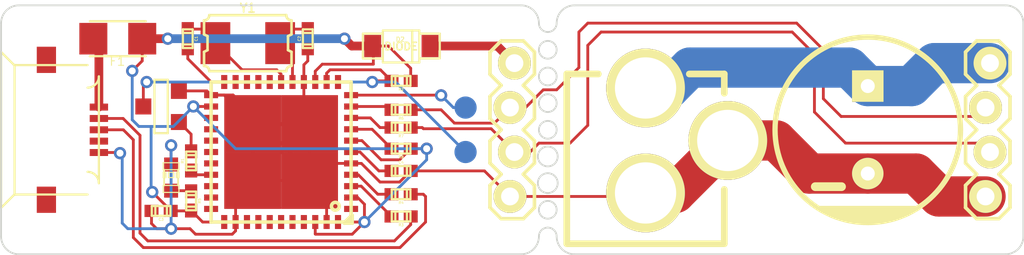
<source format=kicad_pcb>
(kicad_pcb (version 3) (host pcbnew "(2013-07-07 BZR 4022)-stable")

  (general
    (links 57)
    (no_connects 1)
    (area 107.645999 34.493999 140.512001 48.818001)
    (thickness 1.6)
    (drawings 25)
    (tracks 219)
    (zones 0)
    (modules 25)
    (nets 23)
  )

  (page A3)
  (layers
    (15 F.Cu signal)
    (0 B.Cu signal)
    (16 B.Adhes user)
    (17 F.Adhes user)
    (18 B.Paste user hide)
    (19 F.Paste user)
    (20 B.SilkS user)
    (21 F.SilkS user)
    (22 B.Mask user)
    (23 F.Mask user)
    (24 Dwgs.User user)
    (25 Cmts.User user)
    (26 Eco1.User user)
    (27 Eco2.User user)
    (28 Edge.Cuts user)
  )

  (setup
    (last_trace_width 2.3)
    (user_trace_width 0.1524)
    (user_trace_width 0.5)
    (user_trace_width 2.3)
    (trace_clearance 0.16)
    (zone_clearance 0.308)
    (zone_45_only no)
    (trace_min 0.1524)
    (segment_width 0.2)
    (edge_width 0.1)
    (via_size 0.7)
    (via_drill 0.4)
    (via_min_size 0.7)
    (via_min_drill 0.4)
    (uvia_size 0.508)
    (uvia_drill 0.127)
    (uvias_allowed no)
    (uvia_min_size 0.508)
    (uvia_min_drill 0.127)
    (pcb_text_width 0.3)
    (pcb_text_size 1.5 1.5)
    (mod_edge_width 0.1016)
    (mod_text_size 1 1)
    (mod_text_width 0.15)
    (pad_size 3.2512 3.2512)
    (pad_drill 0)
    (pad_to_mask_clearance 0)
    (aux_axis_origin 14 18.5)
    (visible_elements 7FFFFBBF)
    (pcbplotparams
      (layerselection 283148289)
      (usegerberextensions true)
      (excludeedgelayer true)
      (linewidth 0.150000)
      (plotframeref false)
      (viasonmask false)
      (mode 1)
      (useauxorigin false)
      (hpglpennumber 1)
      (hpglpenspeed 20)
      (hpglpendiameter 15)
      (hpglpenoverlay 2)
      (psnegative false)
      (psa4output false)
      (plotreference true)
      (plotvalue true)
      (plotothertext true)
      (plotinvisibletext false)
      (padsonsilk false)
      (subtractmaskfromsilk false)
      (outputformat 1)
      (mirror false)
      (drillshape 0)
      (scaleselection 1)
      (outputdirectory gerber/new))
  )

  (net 0 "")
  (net 1 +5V)
  (net 2 CLK)
  (net 3 D+)
  (net 4 D-)
  (net 5 DATA)
  (net 6 GND)
  (net 7 MISO)
  (net 8 MOSI)
  (net 9 N-0000025)
  (net 10 N-000003)
  (net 11 N-0000037)
  (net 12 N-0000038)
  (net 13 N-0000039)
  (net 14 PB6)
  (net 15 RST)
  (net 16 SCK)
  (net 17 UCap)
  (net 18 VJACK)
  (net 19 VSTRIP)
  (net 20 VUSB)
  (net 21 XTAL1)
  (net 22 XTAL2)

  (net_class Default "This is the default net class."
    (clearance 0.16)
    (trace_width 0.16)
    (via_dia 0.7)
    (via_drill 0.4)
    (uvia_dia 0.508)
    (uvia_drill 0.127)
    (add_net "")
    (add_net CLK)
    (add_net D+)
    (add_net D-)
    (add_net DATA)
    (add_net GND)
    (add_net MISO)
    (add_net MOSI)
    (add_net N-0000025)
    (add_net N-000003)
    (add_net N-0000037)
    (add_net N-0000038)
    (add_net N-0000039)
    (add_net PB6)
    (add_net RST)
    (add_net SCK)
    (add_net UCap)
    (add_net VJACK)
    (add_net VSTRIP)
    (add_net VUSB)
    (add_net XTAL1)
    (add_net XTAL2)
  )

  (net_class VPWR ""
    (clearance 0.2)
    (trace_width 0.32)
    (via_dia 0.7)
    (via_drill 0.4)
    (uvia_dia 0.508)
    (uvia_drill 0.127)
    (add_net +5V)
  )

  (module 1PIN_S_SMD (layer F.Cu) (tedit 553AFF93) (tstamp 553C5073)
    (at 134.239 40.386)
    (descr "1 pin SMD")
    (tags DEV)
    (path /553A8AC0)
    (fp_text reference P1 (at -0.01 -1.52) (layer F.SilkS) hide
      (effects (font (size 0.762 0.762) (thickness 0.127)))
    )
    (fp_text value CONN_1 (at -0.01 1.73) (layer F.SilkS) hide
      (effects (font (size 0.762 0.762) (thickness 0.127)))
    )
    (pad 1 smd circle (at 0 0) (size 1.27 1.27)
      (layers B.Cu B.Mask)
      (net 7 MISO)
    )
  )

  (module USB-5+2P-SMD-L7.4XW5.6XH2.6MM (layer F.Cu) (tedit 0) (tstamp 553C4F25)
    (at 113.284 41.656 270)
    (path /53CAD527)
    (fp_text reference CON1 (at -0.127 -0.4445 270) (layer Eco1.User)
      (effects (font (size 0.889 0.889) (thickness 0.09652)))
    )
    (fp_text value ML_USB_MINI (at 0 3.4925 270) (layer Eco1.User)
      (effects (font (size 0.635 0.635) (thickness 0.06858)))
    )
    (fp_line (start -3.05308 0) (end 3.05054 0) (layer F.SilkS) (width 0.127))
    (fp_arc (start 3.05054 0.6477) (end 3.05054 0) (angle -90) (layer F.SilkS) (width 0.127))
    (fp_line (start 3.69824 0.6477) (end 3.69824 4.74472) (layer F.SilkS) (width 0.127))
    (fp_arc (start -3.05308 0.64516) (end -3.05308 0) (angle 90) (layer F.SilkS) (width 0.127))
    (fp_line (start -3.69824 0.64516) (end -3.69824 4.74472) (layer F.SilkS) (width 0.127))
    (fp_line (start -4.445 5.588) (end 4.445 5.588) (layer F.SilkS) (width 0.127))
    (fp_line (start -4.445 5.588) (end -3.72618 4.86918) (layer F.SilkS) (width 0.127))
    (fp_line (start -3.70078 4.70408) (end -3.70078 4.8387) (layer F.SilkS) (width 0.127))
    (fp_line (start -3.70078 4.8387) (end -3.72618 4.86918) (layer F.SilkS) (width 0.127))
    (fp_line (start 4.45008 5.58038) (end 3.7338 4.8641) (layer F.SilkS) (width 0.127))
    (fp_line (start 3.72618 4.85648) (end 3.70078 4.826) (layer F.SilkS) (width 0.127))
    (fp_line (start 3.70078 4.826) (end 3.70078 4.74218) (layer F.SilkS) (width 0.127))
    (fp_line (start -3.7084 4.81838) (end 3.6957 4.81838) (layer F.SilkS) (width 0.127))
    (fp_line (start -3.683 5.588) (end 3.683 5.588) (layer Dwgs.User) (width 0.127))
    (fp_line (start 3.683 5.588) (end 3.683 -0.127) (layer Dwgs.User) (width 0.127))
    (fp_line (start 3.683 -0.127) (end -3.683 -0.127) (layer Dwgs.User) (width 0.127))
    (fp_line (start -3.683 -0.127) (end -3.683 5.588) (layer Dwgs.User) (width 0.127))
    (pad 1 smd rect (at -1.29794 0) (size 1.04902 0.39878)
      (layers F.Cu F.Paste F.Mask)
      (net 1 +5V)
    )
    (pad 2 smd rect (at -0.6477 0) (size 1.04902 0.39878)
      (layers F.Cu F.Paste F.Mask)
      (net 12 N-0000038)
    )
    (pad 3 smd rect (at 0 0) (size 1.04902 0.39878)
      (layers F.Cu F.Paste F.Mask)
      (net 13 N-0000039)
    )
    (pad 4 smd rect (at 0.6477 0) (size 1.04902 0.39878)
      (layers F.Cu F.Paste F.Mask)
    )
    (pad 5 smd rect (at 1.29794 0) (size 1.04902 0.39878)
      (layers F.Cu F.Paste F.Mask)
      (net 6 GND)
    )
    (pad 6 smd rect (at 3.99796 2.99974 270) (size 1.4986 1.09982)
      (layers F.Cu F.Paste F.Mask)
    )
    (pad 7 smd rect (at -3.99796 2.99974 270) (size 1.4986 1.09982)
      (layers F.Cu F.Paste F.Mask)
    )
  )

  (module SOT23EBC (layer F.Cu) (tedit 553B0555) (tstamp 553C4F30)
    (at 116.84 40.3225 270)
    (descr "Module CMS SOT23 Transistore EBC")
    (tags "CMS SOT")
    (path /53CADDCF)
    (attr smd)
    (fp_text reference Q1 (at 0 -2.413 270) (layer F.SilkS) hide
      (effects (font (size 0.762 0.762) (thickness 0.1905)))
    )
    (fp_text value NPN (at 0 0 270) (layer F.SilkS) hide
      (effects (font (size 0.762 0.762) (thickness 0.2032)))
    )
    (fp_line (start -1.524 -0.381) (end 1.524 -0.381) (layer F.SilkS) (width 0.127))
    (fp_line (start 1.524 -0.381) (end 1.524 0.381) (layer F.SilkS) (width 0.127))
    (fp_line (start 1.524 0.381) (end -1.524 0.381) (layer F.SilkS) (width 0.127))
    (fp_line (start -1.524 0.381) (end -1.524 -0.381) (layer F.SilkS) (width 0.127))
    (pad 1 smd rect (at -0.889 -1.016 270) (size 0.9144 0.9144)
      (layers F.Cu F.Paste F.Mask)
      (net 6 GND)
    )
    (pad 2 smd rect (at 0.889 -1.016 270) (size 0.9144 0.9144)
      (layers F.Cu F.Paste F.Mask)
      (net 9 N-0000025)
    )
    (pad 3 smd rect (at 0 1.016 270) (size 0.9144 0.9144)
      (layers F.Cu F.Paste F.Mask)
      (net 15 RST)
    )
    (model smd/cms_sot23.wrl
      (at (xyz 0 0 0))
      (scale (xyz 0.13 0.15 0.15))
      (rotate (xyz 0 0 0))
    )
  )

  (module SOD-123 (layer F.Cu) (tedit 553AF931) (tstamp 553C4F41)
    (at 130.556 36.8935)
    (path /53E92290)
    (fp_text reference D2 (at -0.0508 -0.4064) (layer F.SilkS)
      (effects (font (size 0.254 0.254) (thickness 0.0508)))
    )
    (fp_text value DIODE (at 0 0) (layer F.SilkS)
      (effects (font (size 0.4318 0.4318) (thickness 0.0889)))
    )
    (fp_line (start 2.2098 -0.7366) (end 2.2098 0.6858) (layer F.SilkS) (width 0.127))
    (fp_line (start -1.016 -0.9144) (end 1.0414 -0.9144) (layer F.SilkS) (width 0.127))
    (fp_line (start 1.0414 0.9144) (end -1.016 0.9144) (layer F.SilkS) (width 0.127))
    (fp_line (start -2.1844 -0.7366) (end -2.1844 0.6858) (layer F.SilkS) (width 0.127))
    (fp_line (start -1.0922 0.6858) (end -2.159 0.6858) (layer F.SilkS) (width 0.127))
    (fp_line (start -2.159 -0.7366) (end -1.0668 -0.7366) (layer F.SilkS) (width 0.127))
    (fp_line (start 1.0922 -0.7366) (end 2.2098 -0.7366) (layer F.SilkS) (width 0.127))
    (fp_line (start 2.1844 0.6858) (end 1.0922 0.6858) (layer F.SilkS) (width 0.127))
    (fp_line (start -1.0414 -0.9144) (end -1.0414 0.9144) (layer F.SilkS) (width 0.127))
    (fp_line (start 0.635 -0.9144) (end 0.635 0.9144) (layer F.SilkS) (width 0.127))
    (fp_line (start 1.0414 0.9144) (end 1.0414 -0.9144) (layer F.SilkS) (width 0.127))
    (pad 1 smd rect (at -1.6256 -0.0254) (size 0.9652 1.27)
      (layers F.Cu F.Paste F.Mask)
      (net 20 VUSB)
    )
    (pad 2 smd rect (at 1.651 -0.0254) (size 0.9652 1.27)
      (layers F.Cu F.Paste F.Mask)
      (net 19 VSTRIP)
    )
    (model smd/chip_cms.wrl
      (at (xyz 0 0 0))
      (scale (xyz 0.14 0.14 0.14))
      (rotate (xyz 0 0 0))
    )
  )

  (module qfn-44 (layer F.Cu) (tedit 553B21F5) (tstamp 553AEF96)
    (at 123.698 42.926 90)
    (descr "Plastic QFP, Microchip QFN-44")
    (path /53CAD514)
    (fp_text reference U1 (at 0 -4.89966 90) (layer F.SilkS) hide
      (effects (font (size 0.39878 0.39878) (thickness 0.07874)))
    )
    (fp_text value ATMEGA16U4/32U4 (at 0 5.00126 90) (layer F.SilkS) hide
      (effects (font (size 0.39878 0.39878) (thickness 0.07874)))
    )
    (fp_line (start -4.0005 3.59918) (end -4.09956 3.59918) (layer F.SilkS) (width 0.127))
    (fp_line (start -4.09956 3.59918) (end -4.09956 4.09956) (layer F.SilkS) (width 0.127))
    (fp_line (start -4.09956 4.09956) (end -3.59918 4.09956) (layer F.SilkS) (width 0.127))
    (fp_line (start -3.59918 4.09956) (end -3.59918 4.0005) (layer F.SilkS) (width 0.127))
    (fp_line (start -4.0005 3.59918) (end -3.59918 4.0005) (layer F.SilkS) (width 0.127))
    (fp_line (start -3.59918 4.0005) (end -3.70078 4.0005) (layer F.SilkS) (width 0.127))
    (fp_line (start -3.70078 4.0005) (end -4.0005 3.70078) (layer F.SilkS) (width 0.127))
    (fp_line (start -4.0005 3.70078) (end -4.0005 3.79984) (layer F.SilkS) (width 0.127))
    (fp_line (start -4.0005 3.79984) (end -3.79984 4.0005) (layer F.SilkS) (width 0.127))
    (fp_circle (center -3.0988 3.0988) (end -2.90068 3.2004) (layer F.SilkS) (width 0.20066))
    (fp_line (start -4.0005 4.0005) (end 4.0005 4.0005) (layer F.SilkS) (width 0.20066))
    (fp_line (start 4.0005 4.0005) (end 4.0005 -4.0005) (layer F.SilkS) (width 0.20066))
    (fp_line (start 4.0005 -4.0005) (end -4.0005 -4.0005) (layer F.SilkS) (width 0.20066))
    (fp_line (start -4.0005 -4.0005) (end -4.0005 4.0005) (layer F.SilkS) (width 0.20066))
    (pad 1 smd rect (at -3.2512 4.0005 90) (size 0.35052 0.8001)
      (layers F.Cu F.Paste F.Mask)
      (solder_mask_margin 0.07112)
    )
    (pad 2 smd rect (at -2.60096 4.0005 90) (size 0.35052 0.8001)
      (layers F.Cu F.Paste F.Mask)
      (net 20 VUSB)
      (solder_mask_margin 0.07112)
    )
    (pad 4 smd rect (at -1.30048 4.0005 90) (size 0.35052 0.8001)
      (layers F.Cu F.Paste F.Mask)
      (net 3 D+)
      (solder_mask_margin 0.07112)
    )
    (pad 5 smd rect (at -0.65024 4.0005 90) (size 0.35052 0.8001)
      (layers F.Cu F.Paste F.Mask)
      (net 6 GND)
      (solder_mask_margin 0.07112)
    )
    (pad 6 smd rect (at 0 4.0005 90) (size 0.35052 0.8001)
      (layers F.Cu F.Paste F.Mask)
      (net 17 UCap)
      (solder_mask_margin 0.07112)
    )
    (pad 7 smd rect (at 0.65024 4.0005 90) (size 0.35052 0.8001)
      (layers F.Cu F.Paste F.Mask)
      (net 20 VUSB)
      (solder_mask_margin 0.07112)
    )
    (pad 14 smd rect (at 4.0005 1.95072 90) (size 0.8001 0.35052)
      (layers F.Cu F.Paste F.Mask)
      (net 20 VUSB)
      (solder_mask_margin 0.07112)
    )
    (pad 15 smd rect (at 4.0005 1.30048 90) (size 0.8001 0.35052)
      (layers F.Cu F.Paste F.Mask)
      (net 6 GND)
      (solder_mask_margin 0.07112)
    )
    (pad 16 smd rect (at 4.0005 0.65024 90) (size 0.8001 0.35052)
      (layers F.Cu F.Paste F.Mask)
      (net 22 XTAL2)
      (solder_mask_margin 0.07112)
    )
    (pad 17 smd rect (at 4.0005 0 90) (size 0.8001 0.35052)
      (layers F.Cu F.Paste F.Mask)
      (net 21 XTAL1)
      (solder_mask_margin 0.07112)
    )
    (pad 18 smd rect (at 4.0005 -0.65024 90) (size 0.8001 0.35052)
      (layers F.Cu F.Paste F.Mask)
      (solder_mask_margin 0.07112)
    )
    (pad 19 smd rect (at 4.0005 -1.30048 90) (size 0.8001 0.35052)
      (layers F.Cu F.Paste F.Mask)
      (solder_mask_margin 0.07112)
    )
    (pad 20 smd rect (at 4.0005 -1.95072 90) (size 0.8001 0.35052)
      (layers F.Cu F.Paste F.Mask)
      (solder_mask_margin 0.07112)
    )
    (pad 3 smd rect (at -1.95072 4.0005 90) (size 0.35052 0.8001)
      (layers F.Cu F.Paste F.Mask)
      (net 4 D-)
      (solder_mask_margin 0.07112)
    )
    (pad 45 smd rect (at 1.6256 1.6256 90) (size 3.2512 3.2512)
      (layers F.Cu F.Paste F.Mask)
      (net 6 GND)
      (solder_mask_margin 0.07112)
      (solder_paste_margin -0.14986)
    )
    (pad 45 smd rect (at -1.6256 1.6256 90) (size 3.2512 3.2512)
      (layers F.Cu F.Paste F.Mask)
      (net 6 GND)
      (solder_mask_margin 0.07112)
      (solder_paste_margin -0.14986)
    )
    (pad 45 smd rect (at -1.6256 -1.6256 90) (size 3.2512 3.2512)
      (layers F.Cu F.Paste F.Mask)
      (net 6 GND)
      (solder_mask_margin 0.07112)
      (solder_paste_margin -0.14986)
    )
    (pad 45 smd rect (at 1.6256 -1.6256 90) (size 3.2512 3.2512)
      (layers F.Cu F.Paste F.Mask)
      (net 6 GND)
      (solder_mask_margin 0.07112)
      (solder_paste_margin -0.14986)
    )
    (pad 25 smd rect (at 1.95072 -4.0005 90) (size 0.35052 0.8001)
      (layers F.Cu F.Paste F.Mask)
      (solder_mask_margin 0.07112)
    )
    (pad 26 smd rect (at 1.30048 -4.0005 90) (size 0.35052 0.8001)
      (layers F.Cu F.Paste F.Mask)
      (solder_mask_margin 0.07112)
    )
    (pad 27 smd rect (at 0.65024 -4.0005 90) (size 0.35052 0.8001)
      (layers F.Cu F.Paste F.Mask)
      (solder_mask_margin 0.07112)
    )
    (pad 28 smd rect (at 0 -4.0005 90) (size 0.35052 0.8001)
      (layers F.Cu F.Paste F.Mask)
      (solder_mask_margin 0.07112)
    )
    (pad 29 smd rect (at -0.65024 -4.0005 90) (size 0.35052 0.8001)
      (layers F.Cu F.Paste F.Mask)
      (solder_mask_margin 0.07112)
    )
    (pad 30 smd rect (at -1.30048 -4.0005 90) (size 0.35052 0.8001)
      (layers F.Cu F.Paste F.Mask)
      (net 14 PB6)
      (solder_mask_margin 0.07112)
    )
    (pad 31 smd rect (at -1.95072 -4.0005 90) (size 0.35052 0.8001)
      (layers F.Cu F.Paste F.Mask)
      (solder_mask_margin 0.07112)
    )
    (pad 36 smd rect (at -4.0005 -1.95072 90) (size 0.8001 0.35052)
      (layers F.Cu F.Paste F.Mask)
      (solder_mask_margin 0.07112)
    )
    (pad 37 smd rect (at -4.0005 -1.30048 90) (size 0.8001 0.35052)
      (layers F.Cu F.Paste F.Mask)
      (solder_mask_margin 0.07112)
    )
    (pad 38 smd rect (at -4.0005 -0.65024 90) (size 0.8001 0.35052)
      (layers F.Cu F.Paste F.Mask)
      (solder_mask_margin 0.07112)
    )
    (pad 39 smd rect (at -4.0005 0 90) (size 0.8001 0.35052)
      (layers F.Cu F.Paste F.Mask)
      (solder_mask_margin 0.07112)
    )
    (pad 40 smd rect (at -4.0005 0.65024 90) (size 0.8001 0.35052)
      (layers F.Cu F.Paste F.Mask)
      (solder_mask_margin 0.07112)
    )
    (pad 41 smd rect (at -4.0005 1.30048 90) (size 0.8001 0.35052)
      (layers F.Cu F.Paste F.Mask)
      (solder_mask_margin 0.07112)
    )
    (pad 42 smd rect (at -4.0005 1.95072 90) (size 0.8001 0.35052)
      (layers F.Cu F.Paste F.Mask)
      (net 20 VUSB)
      (solder_mask_margin 0.07112)
    )
    (pad 8 smd rect (at 1.30048 4.0005 90) (size 0.35052 0.8001)
      (layers F.Cu F.Paste F.Mask)
      (net 11 N-0000037)
      (solder_mask_margin 0.07112)
    )
    (pad 9 smd rect (at 1.95072 4.0005 90) (size 0.35052 0.8001)
      (layers F.Cu F.Paste F.Mask)
      (net 16 SCK)
      (solder_mask_margin 0.07112)
    )
    (pad 10 smd rect (at 2.60096 4.0005 90) (size 0.35052 0.8001)
      (layers F.Cu F.Paste F.Mask)
      (net 8 MOSI)
      (solder_mask_margin 0.07112)
    )
    (pad 11 smd rect (at 3.2512 4.0005 90) (size 0.35052 0.8001)
      (layers F.Cu F.Paste F.Mask)
      (net 7 MISO)
      (solder_mask_margin 0.07112)
    )
    (pad 12 smd rect (at 4.0005 3.2512 90) (size 0.8001 0.35052)
      (layers F.Cu F.Paste F.Mask)
      (solder_mask_margin 0.07112)
    )
    (pad 13 smd rect (at 4.0005 2.60096 90) (size 0.8001 0.35052)
      (layers F.Cu F.Paste F.Mask)
      (net 15 RST)
      (solder_mask_margin 0.07112)
    )
    (pad 21 smd rect (at 4.0005 -2.60096 90) (size 0.8001 0.35052)
      (layers F.Cu F.Paste F.Mask)
      (solder_mask_margin 0.07112)
    )
    (pad 22 smd rect (at 4.0005 -3.2512 90) (size 0.8001 0.35052)
      (layers F.Cu F.Paste F.Mask)
      (solder_mask_margin 0.07112)
    )
    (pad 23 smd rect (at 3.2512 -4.0005 90) (size 0.35052 0.8001)
      (layers F.Cu F.Paste F.Mask)
      (net 6 GND)
      (solder_mask_margin 0.07112)
    )
    (pad 24 smd rect (at 2.60096 -4.0005 90) (size 0.35052 0.8001)
      (layers F.Cu F.Paste F.Mask)
      (net 20 VUSB)
      (solder_mask_margin 0.07112)
    )
    (pad 32 smd rect (at -2.60096 -4.0005 90) (size 0.35052 0.8001)
      (layers F.Cu F.Paste F.Mask)
      (solder_mask_margin 0.07112)
    )
    (pad 33 smd rect (at -3.2512 -4.0005 90) (size 0.35052 0.8001)
      (layers F.Cu F.Paste F.Mask)
      (solder_mask_margin 0.07112)
    )
    (pad 34 smd rect (at -4.0005 -3.2512 90) (size 0.8001 0.35052)
      (layers F.Cu F.Paste F.Mask)
      (net 20 VUSB)
      (solder_mask_margin 0.07112)
    )
    (pad 35 smd rect (at -4.0005 -2.60096 90) (size 0.8001 0.35052)
      (layers F.Cu F.Paste F.Mask)
      (net 6 GND)
      (solder_mask_margin 0.07112)
    )
    (pad 43 smd rect (at -4.0005 2.60096 90) (size 0.8001 0.35052)
      (layers F.Cu F.Paste F.Mask)
      (net 6 GND)
      (solder_mask_margin 0.07112)
    )
    (pad 44 smd rect (at -4.0005 3.2512 90) (size 0.8001 0.35052)
      (layers F.Cu F.Paste F.Mask)
      (net 20 VUSB)
      (solder_mask_margin 0.07112)
    )
    (model walter/smd_qfn/qfn-44.wrl
      (at (xyz 0 0 0))
      (scale (xyz 1 1 1))
      (rotate (xyz 0 0 0))
    )
  )

  (module ML_c_1206 (layer F.Cu) (tedit 54A8C689) (tstamp 553C4FC2)
    (at 114.3635 36.449 180)
    (descr "SMT capacitor, 1206")
    (path /53CAE553)
    (fp_text reference F1 (at 0.0254 -1.2954 180) (layer F.SilkS)
      (effects (font (size 0.5 0.5) (thickness 0.06096)))
    )
    (fp_text value 500mA (at 0 1.27 180) (layer F.SilkS) hide
      (effects (font (size 0.50038 0.50038) (thickness 0.11938)))
    )
    (fp_line (start -1.6 1) (end 1.6 1) (layer F.SilkS) (width 0.127))
    (fp_line (start -1.6 -1) (end 1.6 -1) (layer F.SilkS) (width 0.127))
    (pad 1 smd rect (at 1.397 0 180) (size 1.6002 1.8034)
      (layers F.Cu F.Paste F.Mask)
      (net 1 +5V)
    )
    (pad 2 smd rect (at -1.397 0 180) (size 1.6002 1.8034)
      (layers F.Cu F.Paste F.Mask)
      (net 20 VUSB)
    )
    (model smd/capacitors/c_1206.wrl
      (at (xyz 0 0 0))
      (scale (xyz 1 1 1))
      (rotate (xyz 0 0 0))
    )
  )

  (module LED-0603 (layer F.Cu) (tedit 553A9EBC) (tstamp 553C4FDE)
    (at 117.4115 44.3865 90)
    (descr "LED 0603 smd package")
    (tags "LED led 0603 SMD smd SMT smt smdled SMDLED smtled SMTLED")
    (path /53D3C2D8)
    (attr smd)
    (fp_text reference D1 (at 0 -1.016 90) (layer F.SilkS) hide
      (effects (font (size 0.508 0.508) (thickness 0.127)))
    )
    (fp_text value LED (at 0 1.016 90) (layer F.SilkS) hide
      (effects (font (size 0.508 0.508) (thickness 0.127)))
    )
    (fp_line (start 0.44958 -0.44958) (end 0.44958 0.44958) (layer F.SilkS) (width 0.06604))
    (fp_line (start 0.44958 0.44958) (end 0.84836 0.44958) (layer F.SilkS) (width 0.06604))
    (fp_line (start 0.84836 -0.44958) (end 0.84836 0.44958) (layer F.SilkS) (width 0.06604))
    (fp_line (start 0.44958 -0.44958) (end 0.84836 -0.44958) (layer F.SilkS) (width 0.06604))
    (fp_line (start -0.84836 -0.44958) (end -0.84836 0.44958) (layer F.SilkS) (width 0.06604))
    (fp_line (start -0.84836 0.44958) (end -0.44958 0.44958) (layer F.SilkS) (width 0.06604))
    (fp_line (start -0.44958 -0.44958) (end -0.44958 0.44958) (layer F.SilkS) (width 0.06604))
    (fp_line (start -0.84836 -0.44958) (end -0.44958 -0.44958) (layer F.SilkS) (width 0.06604))
    (fp_line (start 0 -0.44958) (end 0 -0.29972) (layer F.SilkS) (width 0.06604))
    (fp_line (start 0 -0.29972) (end 0.29972 -0.29972) (layer F.SilkS) (width 0.06604))
    (fp_line (start 0.29972 -0.44958) (end 0.29972 -0.29972) (layer F.SilkS) (width 0.06604))
    (fp_line (start 0 -0.44958) (end 0.29972 -0.44958) (layer F.SilkS) (width 0.06604))
    (fp_line (start 0 0.29972) (end 0 0.44958) (layer F.SilkS) (width 0.06604))
    (fp_line (start 0 0.44958) (end 0.29972 0.44958) (layer F.SilkS) (width 0.06604))
    (fp_line (start 0.29972 0.29972) (end 0.29972 0.44958) (layer F.SilkS) (width 0.06604))
    (fp_line (start 0 0.29972) (end 0.29972 0.29972) (layer F.SilkS) (width 0.06604))
    (fp_line (start 0 -0.14986) (end 0 0.14986) (layer F.SilkS) (width 0.06604))
    (fp_line (start 0 0.14986) (end 0.29972 0.14986) (layer F.SilkS) (width 0.06604))
    (fp_line (start 0.29972 -0.14986) (end 0.29972 0.14986) (layer F.SilkS) (width 0.06604))
    (fp_line (start 0 -0.14986) (end 0.29972 -0.14986) (layer F.SilkS) (width 0.06604))
    (fp_line (start 0.44958 -0.39878) (end -0.44958 -0.39878) (layer F.SilkS) (width 0.1016))
    (fp_line (start 0.44958 0.39878) (end -0.44958 0.39878) (layer F.SilkS) (width 0.1016))
    (pad 1 smd rect (at -0.7493 0 90) (size 0.79756 0.79756)
      (layers F.Cu F.Paste F.Mask)
      (net 10 N-000003)
    )
    (pad 2 smd rect (at 0.7493 0 90) (size 0.79756 0.79756)
      (layers F.Cu F.Paste F.Mask)
      (net 6 GND)
    )
  )

  (module c_0402 (layer F.Cu) (tedit 49047259) (tstamp 553C4FEA)
    (at 118.5545 43.434 90)
    (descr "SMT capacitor, 0402")
    (path /53CADE23)
    (fp_text reference R1 (at 0 -0.4826 90) (layer F.SilkS)
      (effects (font (size 0.1524 0.1524) (thickness 0.03048)))
    )
    (fp_text value 1K (at 0 0.4826 90) (layer F.SilkS) hide
      (effects (font (size 0.1524 0.1524) (thickness 0.03048)))
    )
    (fp_line (start 0.3302 -0.2794) (end 0.3302 0.2794) (layer F.SilkS) (width 0.127))
    (fp_line (start -0.3302 -0.2794) (end -0.3302 0.2794) (layer F.SilkS) (width 0.127))
    (fp_line (start -0.5334 -0.2794) (end -0.5334 0.2794) (layer F.SilkS) (width 0.127))
    (fp_line (start -0.5334 0.2794) (end 0.5334 0.2794) (layer F.SilkS) (width 0.127))
    (fp_line (start 0.5334 0.2794) (end 0.5334 -0.2794) (layer F.SilkS) (width 0.127))
    (fp_line (start 0.5334 -0.2794) (end -0.5334 -0.2794) (layer F.SilkS) (width 0.127))
    (pad 1 smd rect (at 0.54864 0 90) (size 0.8001 0.6985)
      (layers F.Cu F.Paste F.Mask)
      (net 9 N-0000025)
    )
    (pad 2 smd rect (at -0.54864 0 90) (size 0.8001 0.6985)
      (layers F.Cu F.Paste F.Mask)
      (net 14 PB6)
    )
    (model smd/capacitors/c_0402.wrl
      (at (xyz 0 0 0))
      (scale (xyz 1 1 1))
      (rotate (xyz 0 0 0))
    )
  )

  (module c_0402 (layer F.Cu) (tedit 49047259) (tstamp 553C4FF6)
    (at 130.556 42.7355 180)
    (descr "SMT capacitor, 0402")
    (path /53E923D1)
    (fp_text reference R8 (at 0 -0.4826 180) (layer F.SilkS)
      (effects (font (size 0.1524 0.1524) (thickness 0.03048)))
    )
    (fp_text value 1K (at 0 0.4826 180) (layer F.SilkS) hide
      (effects (font (size 0.1524 0.1524) (thickness 0.03048)))
    )
    (fp_line (start 0.3302 -0.2794) (end 0.3302 0.2794) (layer F.SilkS) (width 0.127))
    (fp_line (start -0.3302 -0.2794) (end -0.3302 0.2794) (layer F.SilkS) (width 0.127))
    (fp_line (start -0.5334 -0.2794) (end -0.5334 0.2794) (layer F.SilkS) (width 0.127))
    (fp_line (start -0.5334 0.2794) (end 0.5334 0.2794) (layer F.SilkS) (width 0.127))
    (fp_line (start 0.5334 0.2794) (end 0.5334 -0.2794) (layer F.SilkS) (width 0.127))
    (fp_line (start 0.5334 -0.2794) (end -0.5334 -0.2794) (layer F.SilkS) (width 0.127))
    (pad 1 smd rect (at 0.54864 0 180) (size 0.8001 0.6985)
      (layers F.Cu F.Paste F.Mask)
      (net 11 N-0000037)
    )
    (pad 2 smd rect (at -0.54864 0 180) (size 0.8001 0.6985)
      (layers F.Cu F.Paste F.Mask)
      (net 20 VUSB)
    )
    (model smd/capacitors/c_0402.wrl
      (at (xyz 0 0 0))
      (scale (xyz 1 1 1))
      (rotate (xyz 0 0 0))
    )
  )

  (module c_0402 (layer F.Cu) (tedit 49047259) (tstamp 553AFA0A)
    (at 130.556 41.529 180)
    (descr "SMT capacitor, 0402")
    (path /53D3CAAD)
    (fp_text reference R7 (at 0 -0.4826 180) (layer F.SilkS)
      (effects (font (size 0.1524 0.1524) (thickness 0.03048)))
    )
    (fp_text value OPT (at 0 0.4826 180) (layer F.SilkS) hide
      (effects (font (size 0.1524 0.1524) (thickness 0.03048)))
    )
    (fp_line (start 0.3302 -0.2794) (end 0.3302 0.2794) (layer F.SilkS) (width 0.127))
    (fp_line (start -0.3302 -0.2794) (end -0.3302 0.2794) (layer F.SilkS) (width 0.127))
    (fp_line (start -0.5334 -0.2794) (end -0.5334 0.2794) (layer F.SilkS) (width 0.127))
    (fp_line (start -0.5334 0.2794) (end 0.5334 0.2794) (layer F.SilkS) (width 0.127))
    (fp_line (start 0.5334 0.2794) (end 0.5334 -0.2794) (layer F.SilkS) (width 0.127))
    (fp_line (start 0.5334 -0.2794) (end -0.5334 -0.2794) (layer F.SilkS) (width 0.127))
    (pad 1 smd rect (at 0.54864 0 180) (size 0.8001 0.6985)
      (layers F.Cu F.Paste F.Mask)
      (net 16 SCK)
    )
    (pad 2 smd rect (at -0.54864 0 180) (size 0.8001 0.6985)
      (layers F.Cu F.Paste F.Mask)
      (net 2 CLK)
    )
    (model smd/capacitors/c_0402.wrl
      (at (xyz 0 0 0))
      (scale (xyz 1 1 1))
      (rotate (xyz 0 0 0))
    )
  )

  (module c_0402 (layer F.Cu) (tedit 49047259) (tstamp 553C500E)
    (at 130.556 40.513 180)
    (descr "SMT capacitor, 0402")
    (path /53D3CAA7)
    (fp_text reference R6 (at 0 -0.4826 180) (layer F.SilkS)
      (effects (font (size 0.1524 0.1524) (thickness 0.03048)))
    )
    (fp_text value OPT (at 0 0.4826 180) (layer F.SilkS) hide
      (effects (font (size 0.1524 0.1524) (thickness 0.03048)))
    )
    (fp_line (start 0.3302 -0.2794) (end 0.3302 0.2794) (layer F.SilkS) (width 0.127))
    (fp_line (start -0.3302 -0.2794) (end -0.3302 0.2794) (layer F.SilkS) (width 0.127))
    (fp_line (start -0.5334 -0.2794) (end -0.5334 0.2794) (layer F.SilkS) (width 0.127))
    (fp_line (start -0.5334 0.2794) (end 0.5334 0.2794) (layer F.SilkS) (width 0.127))
    (fp_line (start 0.5334 0.2794) (end 0.5334 -0.2794) (layer F.SilkS) (width 0.127))
    (fp_line (start 0.5334 -0.2794) (end -0.5334 -0.2794) (layer F.SilkS) (width 0.127))
    (pad 1 smd rect (at 0.54864 0 180) (size 0.8001 0.6985)
      (layers F.Cu F.Paste F.Mask)
      (net 8 MOSI)
    )
    (pad 2 smd rect (at -0.54864 0 180) (size 0.8001 0.6985)
      (layers F.Cu F.Paste F.Mask)
      (net 5 DATA)
    )
    (model smd/capacitors/c_0402.wrl
      (at (xyz 0 0 0))
      (scale (xyz 1 1 1))
      (rotate (xyz 0 0 0))
    )
  )

  (module c_0402 (layer F.Cu) (tedit 49047259) (tstamp 553C501A)
    (at 118.5545 45.72 270)
    (descr "SMT capacitor, 0402")
    (path /53D3C2E5)
    (fp_text reference R5 (at 0 -0.4826 270) (layer F.SilkS)
      (effects (font (size 0.1524 0.1524) (thickness 0.03048)))
    )
    (fp_text value 1K (at 0 0.4826 270) (layer F.SilkS) hide
      (effects (font (size 0.1524 0.1524) (thickness 0.03048)))
    )
    (fp_line (start 0.3302 -0.2794) (end 0.3302 0.2794) (layer F.SilkS) (width 0.127))
    (fp_line (start -0.3302 -0.2794) (end -0.3302 0.2794) (layer F.SilkS) (width 0.127))
    (fp_line (start -0.5334 -0.2794) (end -0.5334 0.2794) (layer F.SilkS) (width 0.127))
    (fp_line (start -0.5334 0.2794) (end 0.5334 0.2794) (layer F.SilkS) (width 0.127))
    (fp_line (start 0.5334 0.2794) (end 0.5334 -0.2794) (layer F.SilkS) (width 0.127))
    (fp_line (start 0.5334 -0.2794) (end -0.5334 -0.2794) (layer F.SilkS) (width 0.127))
    (pad 1 smd rect (at 0.54864 0 270) (size 0.8001 0.6985)
      (layers F.Cu F.Paste F.Mask)
      (net 20 VUSB)
    )
    (pad 2 smd rect (at -0.54864 0 270) (size 0.8001 0.6985)
      (layers F.Cu F.Paste F.Mask)
      (net 10 N-000003)
    )
    (model smd/capacitors/c_0402.wrl
      (at (xyz 0 0 0))
      (scale (xyz 1 1 1))
      (rotate (xyz 0 0 0))
    )
  )

  (module c_0402 (layer F.Cu) (tedit 49047259) (tstamp 553C5B69)
    (at 130.556 38.862 180)
    (descr "SMT capacitor, 0402")
    (path /53CADE11)
    (fp_text reference R2 (at 0 -0.4826 180) (layer F.SilkS)
      (effects (font (size 0.1524 0.1524) (thickness 0.03048)))
    )
    (fp_text value 10k (at 0 0.4826 180) (layer F.SilkS) hide
      (effects (font (size 0.1524 0.1524) (thickness 0.03048)))
    )
    (fp_line (start 0.3302 -0.2794) (end 0.3302 0.2794) (layer F.SilkS) (width 0.127))
    (fp_line (start -0.3302 -0.2794) (end -0.3302 0.2794) (layer F.SilkS) (width 0.127))
    (fp_line (start -0.5334 -0.2794) (end -0.5334 0.2794) (layer F.SilkS) (width 0.127))
    (fp_line (start -0.5334 0.2794) (end 0.5334 0.2794) (layer F.SilkS) (width 0.127))
    (fp_line (start 0.5334 0.2794) (end 0.5334 -0.2794) (layer F.SilkS) (width 0.127))
    (fp_line (start 0.5334 -0.2794) (end -0.5334 -0.2794) (layer F.SilkS) (width 0.127))
    (pad 1 smd rect (at 0.54864 0 180) (size 0.8001 0.6985)
      (layers F.Cu F.Paste F.Mask)
      (net 15 RST)
    )
    (pad 2 smd rect (at -0.54864 0 180) (size 0.8001 0.6985)
      (layers F.Cu F.Paste F.Mask)
      (net 20 VUSB)
    )
    (model smd/capacitors/c_0402.wrl
      (at (xyz 0 0 0))
      (scale (xyz 1 1 1))
      (rotate (xyz 0 0 0))
    )
  )

  (module c_0402 (layer F.Cu) (tedit 49047259) (tstamp 553C5032)
    (at 118.364 36.449 270)
    (descr "SMT capacitor, 0402")
    (path /53CADD1C)
    (fp_text reference C1 (at 0 -0.4826 270) (layer F.SilkS)
      (effects (font (size 0.1524 0.1524) (thickness 0.03048)))
    )
    (fp_text value 22pF (at 0 0.4826 270) (layer F.SilkS) hide
      (effects (font (size 0.1524 0.1524) (thickness 0.03048)))
    )
    (fp_line (start 0.3302 -0.2794) (end 0.3302 0.2794) (layer F.SilkS) (width 0.127))
    (fp_line (start -0.3302 -0.2794) (end -0.3302 0.2794) (layer F.SilkS) (width 0.127))
    (fp_line (start -0.5334 -0.2794) (end -0.5334 0.2794) (layer F.SilkS) (width 0.127))
    (fp_line (start -0.5334 0.2794) (end 0.5334 0.2794) (layer F.SilkS) (width 0.127))
    (fp_line (start 0.5334 0.2794) (end 0.5334 -0.2794) (layer F.SilkS) (width 0.127))
    (fp_line (start 0.5334 -0.2794) (end -0.5334 -0.2794) (layer F.SilkS) (width 0.127))
    (pad 1 smd rect (at 0.54864 0 270) (size 0.8001 0.6985)
      (layers F.Cu F.Paste F.Mask)
      (net 6 GND)
    )
    (pad 2 smd rect (at -0.54864 0 270) (size 0.8001 0.6985)
      (layers F.Cu F.Paste F.Mask)
      (net 21 XTAL1)
    )
    (model smd/capacitors/c_0402.wrl
      (at (xyz 0 0 0))
      (scale (xyz 1 1 1))
      (rotate (xyz 0 0 0))
    )
  )

  (module c_0402 (layer F.Cu) (tedit 49047259) (tstamp 553C503E)
    (at 125.222 36.449 90)
    (descr "SMT capacitor, 0402")
    (path /53CADD14)
    (fp_text reference C2 (at 0 -0.4826 90) (layer F.SilkS)
      (effects (font (size 0.1524 0.1524) (thickness 0.03048)))
    )
    (fp_text value 22pF (at 0 0.4826 90) (layer F.SilkS) hide
      (effects (font (size 0.1524 0.1524) (thickness 0.03048)))
    )
    (fp_line (start 0.3302 -0.2794) (end 0.3302 0.2794) (layer F.SilkS) (width 0.127))
    (fp_line (start -0.3302 -0.2794) (end -0.3302 0.2794) (layer F.SilkS) (width 0.127))
    (fp_line (start -0.5334 -0.2794) (end -0.5334 0.2794) (layer F.SilkS) (width 0.127))
    (fp_line (start -0.5334 0.2794) (end 0.5334 0.2794) (layer F.SilkS) (width 0.127))
    (fp_line (start 0.5334 0.2794) (end 0.5334 -0.2794) (layer F.SilkS) (width 0.127))
    (fp_line (start 0.5334 -0.2794) (end -0.5334 -0.2794) (layer F.SilkS) (width 0.127))
    (pad 1 smd rect (at 0.54864 0 90) (size 0.8001 0.6985)
      (layers F.Cu F.Paste F.Mask)
      (net 22 XTAL2)
    )
    (pad 2 smd rect (at -0.54864 0 90) (size 0.8001 0.6985)
      (layers F.Cu F.Paste F.Mask)
      (net 6 GND)
    )
    (model smd/capacitors/c_0402.wrl
      (at (xyz 0 0 0))
      (scale (xyz 1 1 1))
      (rotate (xyz 0 0 0))
    )
  )

  (module c_0402 (layer F.Cu) (tedit 49047259) (tstamp 553C504A)
    (at 130.556 44.0055)
    (descr "SMT capacitor, 0402")
    (path /53CADB50)
    (fp_text reference C4 (at 0 -0.4826) (layer F.SilkS)
      (effects (font (size 0.1524 0.1524) (thickness 0.03048)))
    )
    (fp_text value 1uF (at 0 0.4826) (layer F.SilkS) hide
      (effects (font (size 0.1524 0.1524) (thickness 0.03048)))
    )
    (fp_line (start 0.3302 -0.2794) (end 0.3302 0.2794) (layer F.SilkS) (width 0.127))
    (fp_line (start -0.3302 -0.2794) (end -0.3302 0.2794) (layer F.SilkS) (width 0.127))
    (fp_line (start -0.5334 -0.2794) (end -0.5334 0.2794) (layer F.SilkS) (width 0.127))
    (fp_line (start -0.5334 0.2794) (end 0.5334 0.2794) (layer F.SilkS) (width 0.127))
    (fp_line (start 0.5334 0.2794) (end 0.5334 -0.2794) (layer F.SilkS) (width 0.127))
    (fp_line (start 0.5334 -0.2794) (end -0.5334 -0.2794) (layer F.SilkS) (width 0.127))
    (pad 1 smd rect (at 0.54864 0) (size 0.8001 0.6985)
      (layers F.Cu F.Paste F.Mask)
      (net 6 GND)
    )
    (pad 2 smd rect (at -0.54864 0) (size 0.8001 0.6985)
      (layers F.Cu F.Paste F.Mask)
      (net 17 UCap)
    )
    (model smd/capacitors/c_0402.wrl
      (at (xyz 0 0 0))
      (scale (xyz 1 1 1))
      (rotate (xyz 0 0 0))
    )
  )

  (module c_0402 (layer F.Cu) (tedit 49047259) (tstamp 553C5056)
    (at 116.84 46.2915 180)
    (descr "SMT capacitor, 0402")
    (path /53CAD8AA)
    (fp_text reference C3 (at 0 -0.4826 180) (layer F.SilkS)
      (effects (font (size 0.1524 0.1524) (thickness 0.03048)))
    )
    (fp_text value 1uF (at 0 0.4826 180) (layer F.SilkS) hide
      (effects (font (size 0.1524 0.1524) (thickness 0.03048)))
    )
    (fp_line (start 0.3302 -0.2794) (end 0.3302 0.2794) (layer F.SilkS) (width 0.127))
    (fp_line (start -0.3302 -0.2794) (end -0.3302 0.2794) (layer F.SilkS) (width 0.127))
    (fp_line (start -0.5334 -0.2794) (end -0.5334 0.2794) (layer F.SilkS) (width 0.127))
    (fp_line (start -0.5334 0.2794) (end 0.5334 0.2794) (layer F.SilkS) (width 0.127))
    (fp_line (start 0.5334 0.2794) (end 0.5334 -0.2794) (layer F.SilkS) (width 0.127))
    (fp_line (start 0.5334 -0.2794) (end -0.5334 -0.2794) (layer F.SilkS) (width 0.127))
    (pad 1 smd rect (at 0.54864 0 180) (size 0.8001 0.6985)
      (layers F.Cu F.Paste F.Mask)
      (net 6 GND)
    )
    (pad 2 smd rect (at -0.54864 0 180) (size 0.8001 0.6985)
      (layers F.Cu F.Paste F.Mask)
      (net 20 VUSB)
    )
    (model smd/capacitors/c_0402.wrl
      (at (xyz 0 0 0))
      (scale (xyz 1 1 1))
      (rotate (xyz 0 0 0))
    )
  )

  (module c_0402 (layer F.Cu) (tedit 49047259) (tstamp 553C5062)
    (at 130.556 45.339 180)
    (descr "SMT capacitor, 0402")
    (path /53CAD86D)
    (fp_text reference R4 (at 0 -0.4826 180) (layer F.SilkS)
      (effects (font (size 0.1524 0.1524) (thickness 0.03048)))
    )
    (fp_text value 22 (at 0 0.4826 180) (layer F.SilkS) hide
      (effects (font (size 0.1524 0.1524) (thickness 0.03048)))
    )
    (fp_line (start 0.3302 -0.2794) (end 0.3302 0.2794) (layer F.SilkS) (width 0.127))
    (fp_line (start -0.3302 -0.2794) (end -0.3302 0.2794) (layer F.SilkS) (width 0.127))
    (fp_line (start -0.5334 -0.2794) (end -0.5334 0.2794) (layer F.SilkS) (width 0.127))
    (fp_line (start -0.5334 0.2794) (end 0.5334 0.2794) (layer F.SilkS) (width 0.127))
    (fp_line (start 0.5334 0.2794) (end 0.5334 -0.2794) (layer F.SilkS) (width 0.127))
    (fp_line (start 0.5334 -0.2794) (end -0.5334 -0.2794) (layer F.SilkS) (width 0.127))
    (pad 1 smd rect (at 0.54864 0 180) (size 0.8001 0.6985)
      (layers F.Cu F.Paste F.Mask)
      (net 3 D+)
    )
    (pad 2 smd rect (at -0.54864 0 180) (size 0.8001 0.6985)
      (layers F.Cu F.Paste F.Mask)
      (net 13 N-0000039)
    )
    (model smd/capacitors/c_0402.wrl
      (at (xyz 0 0 0))
      (scale (xyz 1 1 1))
      (rotate (xyz 0 0 0))
    )
  )

  (module c_0402 (layer F.Cu) (tedit 49047259) (tstamp 553AAE0A)
    (at 130.556 46.609 180)
    (descr "SMT capacitor, 0402")
    (path /53CAD83D)
    (fp_text reference R3 (at 0 -0.4826 180) (layer F.SilkS)
      (effects (font (size 0.1524 0.1524) (thickness 0.03048)))
    )
    (fp_text value 22 (at 0 0.4826 180) (layer F.SilkS) hide
      (effects (font (size 0.1524 0.1524) (thickness 0.03048)))
    )
    (fp_line (start 0.3302 -0.2794) (end 0.3302 0.2794) (layer F.SilkS) (width 0.127))
    (fp_line (start -0.3302 -0.2794) (end -0.3302 0.2794) (layer F.SilkS) (width 0.127))
    (fp_line (start -0.5334 -0.2794) (end -0.5334 0.2794) (layer F.SilkS) (width 0.127))
    (fp_line (start -0.5334 0.2794) (end 0.5334 0.2794) (layer F.SilkS) (width 0.127))
    (fp_line (start 0.5334 0.2794) (end 0.5334 -0.2794) (layer F.SilkS) (width 0.127))
    (fp_line (start 0.5334 -0.2794) (end -0.5334 -0.2794) (layer F.SilkS) (width 0.127))
    (pad 1 smd rect (at 0.54864 0 180) (size 0.8001 0.6985)
      (layers F.Cu F.Paste F.Mask)
      (net 4 D-)
    )
    (pad 2 smd rect (at -0.54864 0 180) (size 0.8001 0.6985)
      (layers F.Cu F.Paste F.Mask)
      (net 12 N-0000038)
    )
    (model smd/capacitors/c_0402.wrl
      (at (xyz 0 0 0))
      (scale (xyz 1 1 1))
      (rotate (xyz 0 0 0))
    )
  )

  (module 1PIN_S_SMD (layer F.Cu) (tedit 553AFF88) (tstamp 553C5078)
    (at 134.239 42.926)
    (descr "1 pin SMD")
    (tags DEV)
    (path /553A8ACD)
    (fp_text reference P2 (at -0.01 -1.52) (layer F.SilkS) hide
      (effects (font (size 0.762 0.762) (thickness 0.127)))
    )
    (fp_text value CONN_1 (at -0.01 1.73) (layer F.SilkS) hide
      (effects (font (size 0.762 0.762) (thickness 0.127)))
    )
    (pad 1 smd circle (at 0 0) (size 1.27 1.27)
      (layers B.Cu B.Mask)
      (net 15 RST)
    )
  )

  (module crystal_smd_5x3.2mm (layer F.Cu) (tedit 553A9E2E) (tstamp 553C530D)
    (at 121.793 36.703)
    (descr "5x3.2mm SMD glass Crystal")
    (path /53CADCBB)
    (fp_text reference Y1 (at 0 -2) (layer F.SilkS)
      (effects (font (size 0.49784 0.49784) (thickness 0.09906)))
    )
    (fp_text value 16MHz (at 0 2.1) (layer F.SilkS) hide
      (effects (font (size 0.49784 0.49784) (thickness 0.09906)))
    )
    (fp_arc (start 2.5 -1.6) (end 2.5 -1.3) (angle 90) (layer F.SilkS) (width 0.15))
    (fp_arc (start -2.5 -1.6) (end -2.2 -1.6) (angle 90) (layer F.SilkS) (width 0.15))
    (fp_line (start -2.2 -1.6) (end 2.2 -1.6) (layer F.SilkS) (width 0.15))
    (fp_line (start -2.5 -0.5) (end -2.5 -1.3) (layer F.SilkS) (width 0.15))
    (fp_line (start 2.5 -0.5) (end 2.5 -1.3) (layer F.SilkS) (width 0.15))
    (fp_line (start 2.3 0.4) (end 2.3 -0.4) (layer F.SilkS) (width 0.15))
    (fp_line (start 2.3 0.4) (end 2.5 0.5) (layer F.SilkS) (width 0.15))
    (fp_line (start 2.3 -0.4) (end 2.5 -0.5) (layer F.SilkS) (width 0.15))
    (fp_line (start 2.5 1.3) (end 2.5 0.5) (layer F.SilkS) (width 0.15))
    (fp_arc (start 2.5 1.6) (end 2.2 1.6) (angle 90) (layer F.SilkS) (width 0.15))
    (fp_line (start -2.2 1.6) (end 2.2 1.6) (layer F.SilkS) (width 0.15))
    (fp_line (start -2.5 1.3) (end -2.5 0.5) (layer F.SilkS) (width 0.15))
    (fp_arc (start -2.5 1.6) (end -2.5 1.3) (angle 90) (layer F.SilkS) (width 0.15))
    (fp_line (start -2.5 0.5) (end -2.3 0.4) (layer F.SilkS) (width 0.15))
    (fp_line (start -2.5 -0.5) (end -2.3 -0.4) (layer F.SilkS) (width 0.15))
    (fp_line (start -2.3 0.4) (end -2.3 -0.4) (layer F.SilkS) (width 0.15))
    (pad 1 smd rect (at -1.85 0) (size 1.7 2.4)
      (layers F.Cu F.Paste F.Mask)
      (net 21 XTAL1)
      (solder_mask_margin 0.06858)
    )
    (pad 2 smd rect (at 1.85 0) (size 1.7 2.4)
      (layers F.Cu F.Paste F.Mask)
      (net 22 XTAL2)
      (solder_mask_margin 0.06858)
    )
    (model walter/crystal/crystal_smd_5x3.2mm.wrl
      (at (xyz 0 0 0))
      (scale (xyz 1 1 1))
      (rotate (xyz 0 0 0))
    )
  )

  (module ML_BARREL_JACK_ROUND_PADS_SHORT_3_5mmHoles (layer F.Cu) (tedit 553B215A) (tstamp 553B1C78)
    (at 144.526 45.466 90)
    (descr "DC Barrel Jack")
    (tags "Power Jack")
    (path /553B1AAF)
    (fp_text reference CON2 (at 7.7 -3.7 180) (layer F.SilkS) hide
      (effects (font (size 0.5 0.5) (thickness 0.06096)))
    )
    (fp_text value BARREL_JACK (at 0 -5.99948 90) (layer F.SilkS) hide
      (effects (font (size 1.016 1.016) (thickness 0.2032)))
    )
    (fp_line (start -2.7 4.5) (end 0.4 4.5) (layer F.SilkS) (width 0.381))
    (fp_line (start 7 4.5) (end 5.9 4.5) (layer F.SilkS) (width 0.381))
    (fp_line (start 7 -4.5) (end 7 -2.7) (layer F.SilkS) (width 0.381))
    (fp_line (start 7 2.5) (end 7 4.5) (layer F.SilkS) (width 0.381))
    (fp_line (start -2.7005 -4.50088) (end -2.7005 4.50088) (layer F.SilkS) (width 0.381))
    (fp_line (start 7.00024 -4.50088) (end -2.70062 -4.50088) (layer F.SilkS) (width 0.381))
    (pad 1 thru_hole circle (at 6.20014 0 90) (size 4.5 4.5) (drill 3.5)
      (layers *.Cu *.Mask F.SilkS)
      (net 18 VJACK)
    )
    (pad 2 thru_hole circle (at 0.20066 0 90) (size 4.5 4.5) (drill 3.5)
      (layers *.Cu *.Mask F.SilkS)
      (net 6 GND)
    )
    (pad 3 thru_hole circle (at 3.2004 4.699 90) (size 4.5 4.5) (drill 3.5)
      (layers *.Cu *.Mask F.SilkS)
      (net 6 GND)
    )
  )

  (module CP_10x12.5mm (layer F.Cu) (tedit 553B20FA) (tstamp 553B1C84)
    (at 157.226 41.656 180)
    (descr "Capacitor, pol, cyl 10x12.5mm")
    (path /553B1ABE)
    (fp_text reference C5 (at 0 -6.6 180) (layer F.SilkS) hide
      (effects (font (size 1.524 1.524) (thickness 0.3048)))
    )
    (fp_text value CP1 (at 0 6.6 180) (layer F.SilkS) hide
      (effects (font (size 1.524 1.524) (thickness 0.3048)))
    )
    (fp_line (start -2.7 -4.5) (end 2.7 -4.5) (layer F.SilkS) (width 0.3048))
    (fp_line (start 2.3 -4.7) (end -2.3 -4.7) (layer F.SilkS) (width 0.3048))
    (fp_line (start 1.9 -4.9) (end -1.9 -4.9) (layer F.SilkS) (width 0.3048))
    (fp_line (start -1.3 -5.1) (end 1.3 -5.1) (layer F.SilkS) (width 0.3048))
    (fp_circle (center 0 0) (end -5.3 0) (layer F.SilkS) (width 0.3048))
    (fp_line (start 1.5 -3.25) (end 3 -3.25) (layer F.SilkS) (width 0.5))
    (pad 1 thru_hole rect (at 0 2.5 180) (size 1.8 1.8) (drill 0.8)
      (layers *.Cu *.Mask F.SilkS)
      (net 18 VJACK)
    )
    (pad 2 thru_hole circle (at 0 -2.5 180) (size 1.8 1.8) (drill 0.8)
      (layers *.Cu *.Mask F.SilkS)
      (net 6 GND)
    )
    (model walter/capacitors/cp_10x12.5mm.wrl
      (at (xyz 0 0 0))
      (scale (xyz 1 1 1))
      (rotate (xyz 0 0 0))
    )
  )

  (module 4-Pin-Lock (layer F.Cu) (tedit 553B1C63) (tstamp 553D3609)
    (at 136.906 41.656 270)
    (path /53CAE238)
    (attr virtual)
    (fp_text reference JP2 (at 1.8288 -2.4638 270) (layer F.SilkS) hide
      (effects (font (size 1.27 1.27) (thickness 0.0889)))
    )
    (fp_text value OUTPUT (at 0 2.5 270) (layer F.SilkS) hide
      (effects (font (size 1.27 1.27) (thickness 0.0889)))
    )
    (fp_line (start 3.556 0.254) (end 4.064 0.254) (layer F.SilkS) (width 0.06604))
    (fp_line (start 4.064 0.254) (end 4.064 -0.254) (layer F.SilkS) (width 0.06604))
    (fp_line (start 3.556 -0.254) (end 4.064 -0.254) (layer F.SilkS) (width 0.06604))
    (fp_line (start 3.556 0.254) (end 3.556 -0.254) (layer F.SilkS) (width 0.06604))
    (fp_line (start 1.016 0.254) (end 1.524 0.254) (layer F.SilkS) (width 0.06604))
    (fp_line (start 1.524 0.254) (end 1.524 -0.254) (layer F.SilkS) (width 0.06604))
    (fp_line (start 1.016 -0.254) (end 1.524 -0.254) (layer F.SilkS) (width 0.06604))
    (fp_line (start 1.016 0.254) (end 1.016 -0.254) (layer F.SilkS) (width 0.06604))
    (fp_line (start -1.524 0.254) (end -1.016 0.254) (layer F.SilkS) (width 0.06604))
    (fp_line (start -1.016 0.254) (end -1.016 -0.254) (layer F.SilkS) (width 0.06604))
    (fp_line (start -1.524 -0.254) (end -1.016 -0.254) (layer F.SilkS) (width 0.06604))
    (fp_line (start -1.524 0.254) (end -1.524 -0.254) (layer F.SilkS) (width 0.06604))
    (fp_line (start -4.064 0.254) (end -3.556 0.254) (layer F.SilkS) (width 0.06604))
    (fp_line (start -3.556 0.254) (end -3.556 -0.254) (layer F.SilkS) (width 0.06604))
    (fp_line (start -4.064 -0.254) (end -3.556 -0.254) (layer F.SilkS) (width 0.06604))
    (fp_line (start -4.064 0.254) (end -4.064 -0.254) (layer F.SilkS) (width 0.06604))
    (fp_line (start 3.175 -1.27) (end 4.445 -1.27) (layer F.SilkS) (width 0.2032))
    (fp_line (start 4.445 -1.27) (end 5.08 -0.635) (layer F.SilkS) (width 0.2032))
    (fp_line (start 5.08 0.635) (end 4.445 1.27) (layer F.SilkS) (width 0.2032))
    (fp_line (start 0 -0.635) (end 0.635 -1.27) (layer F.SilkS) (width 0.2032))
    (fp_line (start 0.635 -1.27) (end 1.905 -1.27) (layer F.SilkS) (width 0.2032))
    (fp_line (start 1.905 -1.27) (end 2.54 -0.635) (layer F.SilkS) (width 0.2032))
    (fp_line (start 2.54 0.635) (end 1.905 1.27) (layer F.SilkS) (width 0.2032))
    (fp_line (start 1.905 1.27) (end 0.635 1.27) (layer F.SilkS) (width 0.2032))
    (fp_line (start 0.635 1.27) (end 0 0.635) (layer F.SilkS) (width 0.2032))
    (fp_line (start 3.175 -1.27) (end 2.54 -0.635) (layer F.SilkS) (width 0.2032))
    (fp_line (start 2.54 0.635) (end 3.175 1.27) (layer F.SilkS) (width 0.2032))
    (fp_line (start 4.445 1.27) (end 3.175 1.27) (layer F.SilkS) (width 0.2032))
    (fp_line (start -4.445 -1.27) (end -3.175 -1.27) (layer F.SilkS) (width 0.2032))
    (fp_line (start -3.175 -1.27) (end -2.54 -0.635) (layer F.SilkS) (width 0.2032))
    (fp_line (start -2.54 0.635) (end -3.175 1.27) (layer F.SilkS) (width 0.2032))
    (fp_line (start -2.54 -0.635) (end -1.905 -1.27) (layer F.SilkS) (width 0.2032))
    (fp_line (start -1.905 -1.27) (end -0.635 -1.27) (layer F.SilkS) (width 0.2032))
    (fp_line (start -0.635 -1.27) (end 0 -0.635) (layer F.SilkS) (width 0.2032))
    (fp_line (start 0 0.635) (end -0.635 1.27) (layer F.SilkS) (width 0.2032))
    (fp_line (start -0.635 1.27) (end -1.905 1.27) (layer F.SilkS) (width 0.2032))
    (fp_line (start -1.905 1.27) (end -2.54 0.635) (layer F.SilkS) (width 0.2032))
    (fp_line (start -5.08 -0.635) (end -5.08 0.635) (layer F.SilkS) (width 0.2032))
    (fp_line (start -4.445 -1.27) (end -5.08 -0.635) (layer F.SilkS) (width 0.2032))
    (fp_line (start -5.08 0.635) (end -4.445 1.27) (layer F.SilkS) (width 0.2032))
    (fp_line (start -3.175 1.27) (end -4.445 1.27) (layer F.SilkS) (width 0.2032))
    (fp_line (start 5.08 -0.635) (end 5.08 0.635) (layer F.SilkS) (width 0.2032))
    (pad 1 thru_hole rect (at -3.81 -0.127 270) (size 1.8796 0) (drill 1.016)
      (layers *.Cu F.Paste F.SilkS F.Mask)
      (net 19 VSTRIP)
    )
    (pad 2 thru_hole circle (at -1.27 0.127 270) (size 1.8796 1.8796) (drill 1.016)
      (layers *.Cu *.Mask F.Paste F.SilkS)
      (net 5 DATA)
    )
    (pad 3 thru_hole circle (at 1.27 -0.127 270) (size 1.8796 1.8796) (drill 1.016)
      (layers *.Cu *.Mask F.Paste F.SilkS)
      (net 2 CLK)
    )
    (pad 4 thru_hole circle (at 3.81 0.127 270) (size 1.8796 1.8796) (drill 1.016)
      (layers *.Cu *.Mask F.Paste F.SilkS)
      (net 6 GND)
    )
    (pad 1 thru_hole circle (at -3.81 -0.127 270) (size 1.8796 1.8796) (drill 1.016)
      (layers *.Cu *.Mask F.Paste F.SilkS)
      (net 19 VSTRIP)
    )
  )

  (module 4-Pin-Lock (layer F.Cu) (tedit 553B1C78) (tstamp 553B1C6B)
    (at 164.084 41.656 270)
    (path /553B1ACF)
    (attr virtual)
    (fp_text reference JP1 (at 1.8288 -2.4638 270) (layer F.SilkS) hide
      (effects (font (size 1.27 1.27) (thickness 0.0889)))
    )
    (fp_text value OUTPUT2 (at 0 2.5 270) (layer F.SilkS) hide
      (effects (font (size 1.27 1.27) (thickness 0.0889)))
    )
    (fp_line (start 3.556 0.254) (end 4.064 0.254) (layer F.SilkS) (width 0.06604))
    (fp_line (start 4.064 0.254) (end 4.064 -0.254) (layer F.SilkS) (width 0.06604))
    (fp_line (start 3.556 -0.254) (end 4.064 -0.254) (layer F.SilkS) (width 0.06604))
    (fp_line (start 3.556 0.254) (end 3.556 -0.254) (layer F.SilkS) (width 0.06604))
    (fp_line (start 1.016 0.254) (end 1.524 0.254) (layer F.SilkS) (width 0.06604))
    (fp_line (start 1.524 0.254) (end 1.524 -0.254) (layer F.SilkS) (width 0.06604))
    (fp_line (start 1.016 -0.254) (end 1.524 -0.254) (layer F.SilkS) (width 0.06604))
    (fp_line (start 1.016 0.254) (end 1.016 -0.254) (layer F.SilkS) (width 0.06604))
    (fp_line (start -1.524 0.254) (end -1.016 0.254) (layer F.SilkS) (width 0.06604))
    (fp_line (start -1.016 0.254) (end -1.016 -0.254) (layer F.SilkS) (width 0.06604))
    (fp_line (start -1.524 -0.254) (end -1.016 -0.254) (layer F.SilkS) (width 0.06604))
    (fp_line (start -1.524 0.254) (end -1.524 -0.254) (layer F.SilkS) (width 0.06604))
    (fp_line (start -4.064 0.254) (end -3.556 0.254) (layer F.SilkS) (width 0.06604))
    (fp_line (start -3.556 0.254) (end -3.556 -0.254) (layer F.SilkS) (width 0.06604))
    (fp_line (start -4.064 -0.254) (end -3.556 -0.254) (layer F.SilkS) (width 0.06604))
    (fp_line (start -4.064 0.254) (end -4.064 -0.254) (layer F.SilkS) (width 0.06604))
    (fp_line (start 3.175 -1.27) (end 4.445 -1.27) (layer F.SilkS) (width 0.2032))
    (fp_line (start 4.445 -1.27) (end 5.08 -0.635) (layer F.SilkS) (width 0.2032))
    (fp_line (start 5.08 0.635) (end 4.445 1.27) (layer F.SilkS) (width 0.2032))
    (fp_line (start 0 -0.635) (end 0.635 -1.27) (layer F.SilkS) (width 0.2032))
    (fp_line (start 0.635 -1.27) (end 1.905 -1.27) (layer F.SilkS) (width 0.2032))
    (fp_line (start 1.905 -1.27) (end 2.54 -0.635) (layer F.SilkS) (width 0.2032))
    (fp_line (start 2.54 0.635) (end 1.905 1.27) (layer F.SilkS) (width 0.2032))
    (fp_line (start 1.905 1.27) (end 0.635 1.27) (layer F.SilkS) (width 0.2032))
    (fp_line (start 0.635 1.27) (end 0 0.635) (layer F.SilkS) (width 0.2032))
    (fp_line (start 3.175 -1.27) (end 2.54 -0.635) (layer F.SilkS) (width 0.2032))
    (fp_line (start 2.54 0.635) (end 3.175 1.27) (layer F.SilkS) (width 0.2032))
    (fp_line (start 4.445 1.27) (end 3.175 1.27) (layer F.SilkS) (width 0.2032))
    (fp_line (start -4.445 -1.27) (end -3.175 -1.27) (layer F.SilkS) (width 0.2032))
    (fp_line (start -3.175 -1.27) (end -2.54 -0.635) (layer F.SilkS) (width 0.2032))
    (fp_line (start -2.54 0.635) (end -3.175 1.27) (layer F.SilkS) (width 0.2032))
    (fp_line (start -2.54 -0.635) (end -1.905 -1.27) (layer F.SilkS) (width 0.2032))
    (fp_line (start -1.905 -1.27) (end -0.635 -1.27) (layer F.SilkS) (width 0.2032))
    (fp_line (start -0.635 -1.27) (end 0 -0.635) (layer F.SilkS) (width 0.2032))
    (fp_line (start 0 0.635) (end -0.635 1.27) (layer F.SilkS) (width 0.2032))
    (fp_line (start -0.635 1.27) (end -1.905 1.27) (layer F.SilkS) (width 0.2032))
    (fp_line (start -1.905 1.27) (end -2.54 0.635) (layer F.SilkS) (width 0.2032))
    (fp_line (start -5.08 -0.635) (end -5.08 0.635) (layer F.SilkS) (width 0.2032))
    (fp_line (start -4.445 -1.27) (end -5.08 -0.635) (layer F.SilkS) (width 0.2032))
    (fp_line (start -5.08 0.635) (end -4.445 1.27) (layer F.SilkS) (width 0.2032))
    (fp_line (start -3.175 1.27) (end -4.445 1.27) (layer F.SilkS) (width 0.2032))
    (fp_line (start 5.08 -0.635) (end 5.08 0.635) (layer F.SilkS) (width 0.2032))
    (pad 1 thru_hole rect (at -3.81 -0.127 270) (size 1.8796 0) (drill 1.016)
      (layers *.Cu F.Paste F.SilkS F.Mask)
      (net 18 VJACK)
    )
    (pad 2 thru_hole circle (at -1.27 0.127 270) (size 1.8796 1.8796) (drill 1.016)
      (layers *.Cu *.Mask F.Paste F.SilkS)
      (net 5 DATA)
    )
    (pad 3 thru_hole circle (at 1.27 -0.127 270) (size 1.8796 1.8796) (drill 1.016)
      (layers *.Cu *.Mask F.Paste F.SilkS)
      (net 2 CLK)
    )
    (pad 4 thru_hole circle (at 3.81 0.127 270) (size 1.8796 1.8796) (drill 1.016)
      (layers *.Cu *.Mask F.Paste F.SilkS)
      (net 6 GND)
    )
    (pad 1 thru_hole circle (at -3.81 -0.127 270) (size 1.8796 1.8796) (drill 1.016)
      (layers *.Cu *.Mask F.Paste F.SilkS)
      (net 18 VJACK)
    )
  )

  (gr_line (start 166.116 47.752) (end 166.116 35.56) (angle 90) (layer Edge.Cuts) (width 0.1))
  (gr_arc (start 165.1 47.752) (end 166.116 47.752) (angle 90) (layer Edge.Cuts) (width 0.1))
  (gr_line (start 140.462 48.768) (end 165.1 48.768) (angle 90) (layer Edge.Cuts) (width 0.1))
  (gr_arc (start 165.1 35.56) (end 165.1 34.544) (angle 90) (layer Edge.Cuts) (width 0.1))
  (gr_line (start 140.462 34.544) (end 165.1 34.544) (angle 90) (layer Edge.Cuts) (width 0.1))
  (gr_arc (start 108.712 47.752) (end 108.712 48.768) (angle 90) (layer Edge.Cuts) (width 0.1))
  (gr_arc (start 108.712 35.56) (end 107.696 35.56) (angle 90) (layer Edge.Cuts) (width 0.1))
  (gr_circle (center 138.938 46.228) (end 139.446 46.228) (layer Edge.Cuts) (width 0.1))
  (gr_circle (center 138.938 44.704) (end 139.446 44.958) (layer Edge.Cuts) (width 0.1))
  (gr_circle (center 138.938 43.18) (end 139.446 43.434) (layer Edge.Cuts) (width 0.1))
  (gr_circle (center 138.938 40.132) (end 139.446 40.132) (layer Edge.Cuts) (width 0.1))
  (gr_circle (center 138.938 37.084) (end 139.446 37.084) (layer Edge.Cuts) (width 0.1))
  (gr_circle (center 138.938 38.608) (end 139.446 38.608) (layer Edge.Cuts) (width 0.1))
  (gr_circle (center 138.938 41.656) (end 139.446 41.656) (layer Edge.Cuts) (width 0.1))
  (gr_arc (start 140.462 47.752) (end 140.462 48.768) (angle 90) (layer Edge.Cuts) (width 0.1))
  (gr_arc (start 138.938 47.752) (end 138.938 47.244) (angle 90) (layer Edge.Cuts) (width 0.1))
  (gr_arc (start 138.938 47.752) (end 138.43 47.752) (angle 90) (layer Edge.Cuts) (width 0.1))
  (gr_arc (start 140.462 35.56) (end 139.446 35.56) (angle 90) (layer Edge.Cuts) (width 0.1))
  (gr_arc (start 138.938 35.56) (end 139.446 35.56) (angle 90) (layer Edge.Cuts) (width 0.1))
  (gr_arc (start 138.938 35.56) (end 138.938 36.068) (angle 90) (layer Edge.Cuts) (width 0.1))
  (gr_arc (start 137.414 47.752) (end 138.43 47.752) (angle 90) (layer Edge.Cuts) (width 0.1))
  (gr_arc (start 137.414 35.56) (end 137.414 34.544) (angle 90) (layer Edge.Cuts) (width 0.1))
  (gr_line (start 107.696 47.752) (end 107.696 35.56) (angle 90) (layer Edge.Cuts) (width 0.1) (tstamp 553B1A0A))
  (gr_line (start 137.414 48.768) (end 108.712 48.768) (angle 90) (layer Edge.Cuts) (width 0.1))
  (gr_line (start 108.712 34.544) (end 137.414 34.544) (angle 90) (layer Edge.Cuts) (width 0.1) (tstamp 553B19EC))

  (segment (start 113.284 40.35806) (end 113.284 36.7665) (width 0.5) (layer F.Cu) (net 1))
  (segment (start 113.284 36.7665) (end 112.9665 36.449) (width 0.5) (layer F.Cu) (net 1) (tstamp 553D355F))
  (segment (start 137.033 42.926) (end 137.922 42.926) (width 0.16) (layer F.Cu) (net 2))
  (segment (start 163.703 42.418) (end 164.211 42.926) (width 0.16) (layer F.Cu) (net 2) (tstamp 553B352E))
  (segment (start 155.956 42.418) (end 163.703 42.418) (width 0.16) (layer F.Cu) (net 2) (tstamp 553B352C))
  (segment (start 154.178 40.64) (end 155.956 42.418) (width 0.16) (layer F.Cu) (net 2) (tstamp 553B352A))
  (segment (start 154.178 37.338) (end 154.178 40.64) (width 0.16) (layer F.Cu) (net 2) (tstamp 553B3528))
  (segment (start 152.908 36.068) (end 154.178 37.338) (width 0.16) (layer F.Cu) (net 2) (tstamp 553B3526))
  (segment (start 141.986 36.068) (end 152.908 36.068) (width 0.16) (layer F.Cu) (net 2) (tstamp 553B3524))
  (segment (start 141.224 36.83) (end 141.986 36.068) (width 0.16) (layer F.Cu) (net 2) (tstamp 553B3523))
  (segment (start 141.224 41.402) (end 141.224 36.83) (width 0.16) (layer F.Cu) (net 2) (tstamp 553B3521))
  (segment (start 140.208 42.418) (end 141.224 41.402) (width 0.16) (layer F.Cu) (net 2) (tstamp 553B351F))
  (segment (start 138.43 42.418) (end 140.208 42.418) (width 0.16) (layer F.Cu) (net 2) (tstamp 553B351E))
  (segment (start 137.922 42.926) (end 138.43 42.418) (width 0.16) (layer F.Cu) (net 2) (tstamp 553B351D))
  (segment (start 131.10464 41.529) (end 131.7625 41.529) (width 0.16) (layer F.Cu) (net 2))
  (segment (start 135.702002 41.595002) (end 137.033 42.926) (width 0.16) (layer F.Cu) (net 2) (tstamp 553D3665))
  (segment (start 131.828502 41.595002) (end 135.702002 41.595002) (width 0.16) (layer F.Cu) (net 2) (tstamp 553D3664))
  (segment (start 131.7625 41.529) (end 131.828502 41.595002) (width 0.16) (layer F.Cu) (net 2) (tstamp 553D3663))
  (segment (start 127.6985 44.22648) (end 128.10998 44.22648) (width 0.16) (layer F.Cu) (net 3))
  (segment (start 129.2225 45.339) (end 130.00736 45.339) (width 0.16) (layer F.Cu) (net 3) (tstamp 553D3346))
  (segment (start 128.10998 44.22648) (end 129.2225 45.339) (width 0.16) (layer F.Cu) (net 3) (tstamp 553D3345))
  (segment (start 127.6985 44.87672) (end 128.27508 44.87672) (width 0.16) (layer F.Cu) (net 4))
  (segment (start 128.27508 44.87672) (end 130.00736 46.609) (width 0.16) (layer F.Cu) (net 4) (tstamp 553D334A))
  (segment (start 136.779 40.386) (end 137.668 40.386) (width 0.16) (layer F.Cu) (net 5))
  (segment (start 163.449 40.894) (end 163.957 40.386) (width 0.16) (layer F.Cu) (net 5) (tstamp 553B351A))
  (segment (start 155.702 40.894) (end 163.449 40.894) (width 0.16) (layer F.Cu) (net 5) (tstamp 553B3518))
  (segment (start 154.686 39.878) (end 155.702 40.894) (width 0.16) (layer F.Cu) (net 5) (tstamp 553B3516))
  (segment (start 154.686 37.084) (end 154.686 39.878) (width 0.16) (layer F.Cu) (net 5) (tstamp 553B3514))
  (segment (start 153.162 35.56) (end 154.686 37.084) (width 0.16) (layer F.Cu) (net 5) (tstamp 553B3512))
  (segment (start 141.224 35.56) (end 153.162 35.56) (width 0.16) (layer F.Cu) (net 5) (tstamp 553B3511))
  (segment (start 140.716 36.068) (end 141.224 35.56) (width 0.16) (layer F.Cu) (net 5) (tstamp 553B3510))
  (segment (start 140.716 38.1) (end 140.716 36.068) (width 0.16) (layer F.Cu) (net 5) (tstamp 553B350E))
  (segment (start 139.446 39.37) (end 140.716 38.1) (width 0.16) (layer F.Cu) (net 5) (tstamp 553B350C))
  (segment (start 138.684 39.37) (end 139.446 39.37) (width 0.16) (layer F.Cu) (net 5) (tstamp 553B350A))
  (segment (start 137.668 40.386) (end 138.684 39.37) (width 0.16) (layer F.Cu) (net 5) (tstamp 553B3508))
  (segment (start 131.10464 40.513) (end 132.842 40.513) (width 0.16) (layer F.Cu) (net 5))
  (segment (start 135.89 41.275) (end 136.779 40.386) (width 0.16) (layer F.Cu) (net 5) (tstamp 553D365E))
  (segment (start 133.604 41.275) (end 135.89 41.275) (width 0.16) (layer F.Cu) (net 5) (tstamp 553D365C))
  (segment (start 132.842 40.513) (end 133.604 41.275) (width 0.16) (layer F.Cu) (net 5) (tstamp 553D365A))
  (segment (start 157.226 44.156) (end 159.98 44.156) (width 2.3) (layer F.Cu) (net 6))
  (segment (start 161.29 45.466) (end 163.957 45.466) (width 2.3) (layer F.Cu) (net 6) (tstamp 553B3544))
  (segment (start 159.98 44.156) (end 161.29 45.466) (width 2.3) (layer F.Cu) (net 6) (tstamp 553B3543))
  (segment (start 149.225 42.2656) (end 151.9936 42.2656) (width 2.3) (layer F.Cu) (net 6))
  (segment (start 153.884 44.156) (end 157.226 44.156) (width 2.3) (layer F.Cu) (net 6) (tstamp 553B3540))
  (segment (start 151.9936 42.2656) (end 153.884 44.156) (width 2.3) (layer F.Cu) (net 6) (tstamp 553B353F))
  (segment (start 144.526 45.26534) (end 146.22526 45.26534) (width 2.3) (layer F.Cu) (net 6))
  (segment (start 146.22526 45.26534) (end 149.225 42.2656) (width 2.3) (layer F.Cu) (net 6) (tstamp 553B353C))
  (segment (start 136.779 45.466) (end 144.32534 45.466) (width 0.16) (layer F.Cu) (net 6))
  (segment (start 144.32534 45.466) (end 144.526 45.26534) (width 0.16) (layer F.Cu) (net 6) (tstamp 553B3531))
  (segment (start 119.6975 39.6748) (end 120.4468 39.6748) (width 0.16) (layer F.Cu) (net 6))
  (segment (start 120.4468 39.6748) (end 122.0724 41.3004) (width 0.16) (layer F.Cu) (net 6) (tstamp 553B164A))
  (segment (start 122.0724 41.3004) (end 122.0724 44.5516) (width 0.16) (layer F.Cu) (net 6) (tstamp 553B164C))
  (segment (start 122.0724 44.5516) (end 125.3236 44.5516) (width 0.16) (layer F.Cu) (net 6) (tstamp 553B164E))
  (segment (start 125.3236 44.5516) (end 125.3236 41.3004) (width 0.16) (layer F.Cu) (net 6) (tstamp 553B164F))
  (segment (start 125.3236 41.3004) (end 122.0724 41.3004) (width 0.16) (layer F.Cu) (net 6) (tstamp 553B1650))
  (segment (start 122.0724 41.3004) (end 125.3236 44.5516) (width 0.16) (layer F.Cu) (net 6) (tstamp 553B1651))
  (segment (start 127.6985 43.57624) (end 124.85624 43.57624) (width 0.16) (layer F.Cu) (net 6))
  (segment (start 124.85624 43.57624) (end 120.9548 39.6748) (width 0.16) (layer F.Cu) (net 6) (tstamp 553D3681))
  (segment (start 120.9548 39.6748) (end 119.6975 39.6748) (width 0.16) (layer F.Cu) (net 6) (tstamp 553D3683))
  (segment (start 121.09704 46.9265) (end 121.09704 43.93946) (width 0.16) (layer F.Cu) (net 6))
  (segment (start 124.99848 40.03802) (end 124.99848 38.9255) (width 0.16) (layer F.Cu) (net 6) (tstamp 553D367D))
  (segment (start 121.09704 43.93946) (end 124.99848 40.03802) (width 0.16) (layer F.Cu) (net 6) (tstamp 553D367B))
  (segment (start 126.29896 46.9265) (end 126.29896 45.01896) (width 0.16) (layer F.Cu) (net 6))
  (segment (start 126.29896 45.01896) (end 120.9548 39.6748) (width 0.16) (layer F.Cu) (net 6) (tstamp 553D3675))
  (segment (start 120.9548 39.6748) (end 119.6975 39.6748) (width 0.16) (layer F.Cu) (net 6) (tstamp 553D3677))
  (segment (start 131.10464 44.0055) (end 135.3185 44.0055) (width 0.16) (layer F.Cu) (net 6))
  (segment (start 135.3185 44.0055) (end 136.779 45.466) (width 0.16) (layer F.Cu) (net 6) (tstamp 553D366D))
  (segment (start 113.284 42.95394) (end 114.45494 42.95394) (width 0.16) (layer F.Cu) (net 6))
  (segment (start 114.935 47.3075) (end 117.4115 47.3075) (width 0.16) (layer B.Cu) (net 6) (tstamp 553D3575))
  (segment (start 114.6175 46.99) (end 114.935 47.3075) (width 0.16) (layer B.Cu) (net 6) (tstamp 553D3574))
  (segment (start 114.6175 43.1165) (end 114.6175 46.99) (width 0.16) (layer B.Cu) (net 6) (tstamp 553D3573))
  (segment (start 114.4905 42.9895) (end 114.6175 43.1165) (width 0.16) (layer B.Cu) (net 6) (tstamp 553D3572))
  (via (at 114.4905 42.9895) (size 0.7) (layers F.Cu B.Cu) (net 6))
  (segment (start 114.45494 42.95394) (end 114.4905 42.9895) (width 0.16) (layer F.Cu) (net 6) (tstamp 553D3570))
  (segment (start 117.4115 47.3075) (end 118.491 47.3075) (width 0.16) (layer F.Cu) (net 6))
  (segment (start 121.09704 47.43196) (end 121.09704 46.9265) (width 0.16) (layer F.Cu) (net 6) (tstamp 553D355C))
  (segment (start 120.904 47.625) (end 121.09704 47.43196) (width 0.16) (layer F.Cu) (net 6) (tstamp 553D355B))
  (segment (start 118.8085 47.625) (end 120.904 47.625) (width 0.16) (layer F.Cu) (net 6) (tstamp 553D355A))
  (segment (start 118.491 47.3075) (end 118.8085 47.625) (width 0.16) (layer F.Cu) (net 6) (tstamp 553D3559))
  (segment (start 117.4115 43.6372) (end 117.4115 42.545) (width 0.16) (layer F.Cu) (net 6))
  (segment (start 116.29136 47.01286) (end 116.29136 46.2915) (width 0.16) (layer F.Cu) (net 6) (tstamp 553D3556))
  (segment (start 116.586 47.3075) (end 116.29136 47.01286) (width 0.16) (layer F.Cu) (net 6) (tstamp 553D3555))
  (segment (start 117.4115 47.3075) (end 116.586 47.3075) (width 0.16) (layer F.Cu) (net 6) (tstamp 553D3554))
  (via (at 117.4115 47.3075) (size 0.7) (layers F.Cu B.Cu) (net 6))
  (segment (start 117.4115 42.545) (end 117.4115 47.3075) (width 0.16) (layer B.Cu) (net 6) (tstamp 553D3551))
  (via (at 117.4115 42.545) (size 0.7) (layers F.Cu B.Cu) (net 6))
  (segment (start 117.856 39.4335) (end 119.4562 39.4335) (width 0.16) (layer F.Cu) (net 6))
  (segment (start 119.4562 39.4335) (end 119.6975 39.6748) (width 0.16) (layer F.Cu) (net 6) (tstamp 553D346A))
  (segment (start 118.364 36.99764) (end 118.364 37.592) (width 0.16) (layer F.Cu) (net 6))
  (segment (start 119.6975 38.9255) (end 119.6975 39.6748) (width 0.16) (layer F.Cu) (net 6) (tstamp 553D3277))
  (segment (start 118.364 37.592) (end 119.6975 38.9255) (width 0.16) (layer F.Cu) (net 6) (tstamp 553D3276))
  (segment (start 125.222 36.99764) (end 125.222 37.719) (width 0.16) (layer F.Cu) (net 6))
  (segment (start 125.222 37.719) (end 124.99848 37.94252) (width 0.16) (layer F.Cu) (net 6) (tstamp 553D3272))
  (segment (start 124.99848 37.94252) (end 124.99848 38.9255) (width 0.16) (layer F.Cu) (net 6) (tstamp 553D3273))
  (segment (start 127.6985 43.57624) (end 128.28524 43.57624) (width 0.16) (layer F.Cu) (net 6))
  (segment (start 130.46964 44.6405) (end 131.10464 44.0055) (width 0.16) (layer F.Cu) (net 6) (tstamp 553AFAA5))
  (segment (start 129.3495 44.6405) (end 130.46964 44.6405) (width 0.16) (layer F.Cu) (net 6) (tstamp 553AFAA3))
  (segment (start 128.28524 43.57624) (end 129.3495 44.6405) (width 0.16) (layer F.Cu) (net 6) (tstamp 553AFAA2))
  (segment (start 127.6985 39.6748) (end 132.8293 39.6748) (width 0.16) (layer F.Cu) (net 7))
  (segment (start 133.5405 40.386) (end 134.239 40.386) (width 0.16) (layer B.Cu) (net 7) (tstamp 553D3656))
  (segment (start 132.842 39.6875) (end 133.5405 40.386) (width 0.16) (layer B.Cu) (net 7) (tstamp 553D3655))
  (via (at 132.842 39.6875) (size 0.7) (layers F.Cu B.Cu) (net 7))
  (segment (start 132.8293 39.6748) (end 132.842 39.6875) (width 0.16) (layer F.Cu) (net 7) (tstamp 553D3653))
  (segment (start 127.6985 40.32504) (end 129.8194 40.32504) (width 0.16) (layer F.Cu) (net 8))
  (segment (start 129.8194 40.32504) (end 130.00736 40.513) (width 0.16) (layer F.Cu) (net 8) (tstamp 553AFA88))
  (segment (start 118.5545 42.88536) (end 118.5545 41.91) (width 0.16) (layer F.Cu) (net 9))
  (segment (start 118.5545 41.91) (end 117.856 41.2115) (width 0.16) (layer F.Cu) (net 9) (tstamp 553D342B))
  (segment (start 117.4115 45.1358) (end 118.51894 45.1358) (width 0.16) (layer F.Cu) (net 10))
  (segment (start 118.51894 45.1358) (end 118.5545 45.17136) (width 0.16) (layer F.Cu) (net 10) (tstamp 553D3492))
  (segment (start 127.6985 41.62552) (end 128.89738 41.62552) (width 0.16) (layer F.Cu) (net 11))
  (segment (start 128.89738 41.62552) (end 130.00736 42.7355) (width 0.16) (layer F.Cu) (net 11) (tstamp 553AFA7F))
  (segment (start 113.284 41.0083) (end 114.6683 41.0083) (width 0.16) (layer F.Cu) (net 12))
  (segment (start 131.10464 47.07636) (end 131.10464 46.609) (width 0.16) (layer F.Cu) (net 12))
  (segment (start 131.10464 47.07636) (end 130.175 48.006) (width 0.16) (layer F.Cu) (net 12) (tstamp 553D3505))
  (segment (start 116.078 48.006) (end 130.175 48.006) (width 0.16) (layer F.Cu) (net 12) (tstamp 553D353E))
  (segment (start 115.6335 47.5615) (end 116.078 48.006) (width 0.16) (layer F.Cu) (net 12) (tstamp 553D353D))
  (segment (start 115.6335 41.9735) (end 115.6335 47.5615) (width 0.16) (layer F.Cu) (net 12) (tstamp 553D353B))
  (segment (start 114.6683 41.0083) (end 115.6335 41.9735) (width 0.16) (layer F.Cu) (net 12) (tstamp 553D3539))
  (segment (start 131.10464 45.339) (end 131.826 45.339) (width 0.16) (layer F.Cu) (net 13))
  (segment (start 114.681 41.656) (end 113.284 41.656) (width 0.16) (layer F.Cu) (net 13) (tstamp 553D354B))
  (segment (start 115.2525 42.2275) (end 114.681 41.656) (width 0.16) (layer F.Cu) (net 13) (tstamp 553D354A))
  (segment (start 115.2525 47.8155) (end 115.2525 42.2275) (width 0.16) (layer F.Cu) (net 13) (tstamp 553D3549))
  (segment (start 115.824 48.387) (end 115.2525 47.8155) (width 0.16) (layer F.Cu) (net 13) (tstamp 553D3548))
  (segment (start 130.4925 48.387) (end 115.824 48.387) (width 0.16) (layer F.Cu) (net 13) (tstamp 553D3546))
  (segment (start 131.953 46.9265) (end 130.4925 48.387) (width 0.16) (layer F.Cu) (net 13) (tstamp 553D3544))
  (segment (start 131.953 45.466) (end 131.953 46.9265) (width 0.16) (layer F.Cu) (net 13) (tstamp 553D3543))
  (segment (start 131.826 45.339) (end 131.953 45.466) (width 0.16) (layer F.Cu) (net 13) (tstamp 553D3542))
  (segment (start 119.6975 44.22648) (end 118.79834 44.22648) (width 0.16) (layer F.Cu) (net 14))
  (segment (start 118.79834 44.22648) (end 118.5545 43.98264) (width 0.16) (layer F.Cu) (net 14) (tstamp 553AFAE2))
  (segment (start 128.905 38.9255) (end 130.2385 38.9255) (width 0.16) (layer B.Cu) (net 15))
  (segment (start 130.2385 38.9255) (end 134.239 42.926) (width 0.16) (layer B.Cu) (net 15) (tstamp 553D3669))
  (segment (start 115.824 40.3225) (end 115.824 39.116) (width 0.16) (layer F.Cu) (net 15))
  (segment (start 128.9685 38.862) (end 130.00736 38.862) (width 0.16) (layer F.Cu) (net 15) (tstamp 553D3473))
  (segment (start 128.905 38.9255) (end 128.9685 38.862) (width 0.16) (layer F.Cu) (net 15) (tstamp 553D3472))
  (via (at 128.905 38.9255) (size 0.7) (layers F.Cu B.Cu) (net 15))
  (segment (start 116.0145 38.9255) (end 128.905 38.9255) (width 0.16) (layer B.Cu) (net 15) (tstamp 553D346F))
  (via (at 116.0145 38.9255) (size 0.7) (layers F.Cu B.Cu) (net 15))
  (segment (start 115.824 39.116) (end 116.0145 38.9255) (width 0.16) (layer F.Cu) (net 15) (tstamp 553D346D))
  (segment (start 126.29896 38.9255) (end 126.29896 38.42004) (width 0.16) (layer F.Cu) (net 15))
  (segment (start 129.37236 38.227) (end 130.00736 38.862) (width 0.16) (layer F.Cu) (net 15) (tstamp 553D3209))
  (segment (start 126.492 38.227) (end 129.37236 38.227) (width 0.16) (layer F.Cu) (net 15) (tstamp 553D3208))
  (segment (start 126.29896 38.42004) (end 126.492 38.227) (width 0.16) (layer F.Cu) (net 15) (tstamp 553D3207))
  (segment (start 127.6985 40.97528) (end 128.79578 40.97528) (width 0.16) (layer F.Cu) (net 16))
  (segment (start 129.3495 41.529) (end 130.00736 41.529) (width 0.16) (layer F.Cu) (net 16) (tstamp 553AFA85))
  (segment (start 128.79578 40.97528) (end 129.3495 41.529) (width 0.16) (layer F.Cu) (net 16) (tstamp 553AFA84))
  (segment (start 127.6985 42.926) (end 128.2065 42.926) (width 0.16) (layer F.Cu) (net 17))
  (segment (start 129.286 44.0055) (end 130.00736 44.0055) (width 0.16) (layer F.Cu) (net 17) (tstamp 553AFA9E))
  (segment (start 128.2065 42.926) (end 129.286 44.0055) (width 0.16) (layer F.Cu) (net 17) (tstamp 553AFA9D))
  (segment (start 144.526 39.26586) (end 145.90014 39.26586) (width 2.3) (layer B.Cu) (net 18))
  (segment (start 156.17 38.1) (end 157.226 39.156) (width 2.3) (layer B.Cu) (net 18) (tstamp 553B3536))
  (segment (start 147.066 38.1) (end 156.17 38.1) (width 2.3) (layer B.Cu) (net 18) (tstamp 553B3535))
  (segment (start 145.90014 39.26586) (end 147.066 38.1) (width 2.3) (layer B.Cu) (net 18) (tstamp 553B3534))
  (segment (start 157.226 39.156) (end 159.726 39.156) (width 2.3) (layer B.Cu) (net 18) (tstamp 553B3537))
  (segment (start 159.726 39.156) (end 161.036 37.846) (width 2.3) (layer B.Cu) (net 18) (tstamp 553B3538))
  (segment (start 161.036 37.846) (end 164.211 37.846) (width 2.3) (layer B.Cu) (net 18) (tstamp 553B3539))
  (segment (start 132.207 36.8681) (end 136.0551 36.8681) (width 0.5) (layer F.Cu) (net 19))
  (segment (start 136.0551 36.8681) (end 137.033 37.846) (width 0.5) (layer F.Cu) (net 19) (tstamp 553D3650))
  (segment (start 132.0165 42.7355) (end 121.0945 42.7355) (width 0.16) (layer B.Cu) (net 20))
  (segment (start 121.0945 42.7355) (end 118.6815 40.3225) (width 0.16) (layer B.Cu) (net 20) (tstamp 553B1700))
  (segment (start 128.9304 36.8681) (end 129.8321 36.8681) (width 0.16) (layer F.Cu) (net 20))
  (segment (start 131.10464 38.14064) (end 131.10464 38.862) (width 0.16) (layer F.Cu) (net 20) (tstamp 553B165F))
  (segment (start 129.8321 36.8681) (end 131.10464 38.14064) (width 0.16) (layer F.Cu) (net 20) (tstamp 553B165D))
  (segment (start 125.64872 46.9265) (end 125.64872 47.60722) (width 0.16) (layer F.Cu) (net 20))
  (segment (start 127.762 47.625) (end 128.4605 46.9265) (width 0.16) (layer F.Cu) (net 20) (tstamp 553D34B6))
  (segment (start 125.6665 47.625) (end 127.762 47.625) (width 0.16) (layer F.Cu) (net 20) (tstamp 553D34B5))
  (segment (start 125.64872 47.60722) (end 125.6665 47.625) (width 0.16) (layer F.Cu) (net 20) (tstamp 553D34B4))
  (segment (start 127.6985 45.52696) (end 128.07696 45.52696) (width 0.16) (layer F.Cu) (net 20))
  (segment (start 128.4605 45.9105) (end 128.4605 46.9265) (width 0.16) (layer F.Cu) (net 20) (tstamp 553D34AB))
  (segment (start 128.07696 45.52696) (end 128.4605 45.9105) (width 0.16) (layer F.Cu) (net 20) (tstamp 553D34AA))
  (segment (start 126.9492 46.9265) (end 128.4605 46.9265) (width 0.16) (layer F.Cu) (net 20))
  (segment (start 132.0165 42.7355) (end 131.10464 42.7355) (width 0.16) (layer F.Cu) (net 20) (tstamp 553D34A7))
  (via (at 132.0165 42.7355) (size 0.7) (layers F.Cu B.Cu) (net 20))
  (segment (start 132.0165 43.3705) (end 132.0165 42.7355) (width 0.16) (layer B.Cu) (net 20) (tstamp 553D34A5))
  (segment (start 128.4605 46.9265) (end 132.0165 43.3705) (width 0.16) (layer B.Cu) (net 20) (tstamp 553D34A4))
  (via (at 128.4605 46.9265) (size 0.7) (layers F.Cu B.Cu) (net 20))
  (segment (start 120.4468 46.9265) (end 119.21236 46.9265) (width 0.16) (layer F.Cu) (net 20))
  (segment (start 118.57736 46.2915) (end 117.38864 46.2915) (width 0.16) (layer F.Cu) (net 20) (tstamp 553D349F))
  (segment (start 119.21236 46.9265) (end 118.57736 46.2915) (width 0.16) (layer F.Cu) (net 20) (tstamp 553D349D))
  (segment (start 117.38864 46.2915) (end 117.38864 46.26864) (width 0.16) (layer F.Cu) (net 20))
  (segment (start 116.2685 45.1485) (end 116.2685 41.4655) (width 0.16) (layer B.Cu) (net 20) (tstamp 553D3498))
  (segment (start 116.332 45.212) (end 116.2685 45.1485) (width 0.16) (layer B.Cu) (net 20) (tstamp 553D3497))
  (via (at 116.332 45.212) (size 0.7) (layers F.Cu B.Cu) (net 20))
  (segment (start 117.38864 46.26864) (end 116.332 45.212) (width 0.16) (layer F.Cu) (net 20) (tstamp 553D3495))
  (segment (start 119.6975 40.32504) (end 118.68404 40.32504) (width 0.16) (layer F.Cu) (net 20))
  (segment (start 118.68404 40.32504) (end 118.6815 40.3225) (width 0.16) (layer F.Cu) (net 20) (tstamp 553D345E))
  (via (at 118.6815 40.3225) (size 0.7) (layers F.Cu B.Cu) (net 20))
  (segment (start 115.7605 37.719) (end 115.7605 36.449) (width 0.16) (layer F.Cu) (net 20) (tstamp 553D3467))
  (segment (start 115.189 38.2905) (end 115.7605 37.719) (width 0.16) (layer F.Cu) (net 20) (tstamp 553D3466))
  (via (at 115.189 38.2905) (size 0.7) (layers F.Cu B.Cu) (net 20))
  (segment (start 115.189 41.0845) (end 115.189 38.2905) (width 0.16) (layer B.Cu) (net 20) (tstamp 553D3464))
  (segment (start 115.57 41.4655) (end 115.189 41.0845) (width 0.16) (layer B.Cu) (net 20) (tstamp 553D3463))
  (segment (start 117.5385 41.4655) (end 116.2685 41.4655) (width 0.16) (layer B.Cu) (net 20) (tstamp 553D3461))
  (segment (start 118.6815 40.3225) (end 117.5385 41.4655) (width 0.16) (layer B.Cu) (net 20) (tstamp 553D3460))
  (segment (start 116.2685 41.4655) (end 115.57 41.4655) (width 0.16) (layer B.Cu) (net 20) (tstamp 553D349B))
  (via (at 117.221 36.449) (size 0.7) (layers F.Cu B.Cu) (net 20))
  (segment (start 115.7605 36.449) (end 117.221 36.449) (width 0.5) (layer F.Cu) (net 20))
  (segment (start 127.7366 36.8681) (end 128.9304 36.8681) (width 0.5) (layer F.Cu) (net 20) (tstamp 553D33E0))
  (segment (start 127.3175 36.449) (end 127.7366 36.8681) (width 0.5) (layer F.Cu) (net 20) (tstamp 553D33DF))
  (via (at 127.3175 36.449) (size 0.7) (layers F.Cu B.Cu) (net 20))
  (segment (start 117.221 36.449) (end 127.3175 36.449) (width 0.5) (layer B.Cu) (net 20) (tstamp 553D33DC))
  (segment (start 128.9685 37.906998) (end 128.9685 36.9062) (width 0.16) (layer F.Cu) (net 20))
  (segment (start 128.9685 36.9062) (end 128.9304 36.8681) (width 0.16) (layer F.Cu) (net 20) (tstamp 553D32EF))
  (segment (start 125.64872 38.9255) (end 125.64872 38.30828) (width 0.16) (layer F.Cu) (net 20))
  (segment (start 126.050002 37.906998) (end 128.9685 37.906998) (width 0.16) (layer F.Cu) (net 20) (tstamp 553D32E8))
  (segment (start 125.64872 38.30828) (end 126.050002 37.906998) (width 0.16) (layer F.Cu) (net 20) (tstamp 553D32E7))
  (segment (start 127.6985 42.27576) (end 128.31826 42.27576) (width 0.16) (layer F.Cu) (net 20))
  (segment (start 130.46964 43.3705) (end 131.10464 42.7355) (width 0.16) (layer F.Cu) (net 20) (tstamp 553AFA8E))
  (segment (start 129.413 43.3705) (end 130.46964 43.3705) (width 0.16) (layer F.Cu) (net 20) (tstamp 553AFA8C))
  (segment (start 128.31826 42.27576) (end 129.413 43.3705) (width 0.16) (layer F.Cu) (net 20) (tstamp 553AFA8B))
  (segment (start 118.364 35.90036) (end 119.14036 35.90036) (width 0.16) (layer F.Cu) (net 21))
  (segment (start 119.14036 35.90036) (end 119.943 36.703) (width 0.16) (layer F.Cu) (net 21) (tstamp 553D326A))
  (segment (start 123.698 38.9255) (end 123.698 38.481) (width 0.16) (layer F.Cu) (net 21))
  (segment (start 121.467 38.227) (end 119.943 36.703) (width 0.16) (layer F.Cu) (net 21) (tstamp 553D3230))
  (segment (start 123.444 38.227) (end 121.467 38.227) (width 0.16) (layer F.Cu) (net 21) (tstamp 553D322F))
  (segment (start 123.698 38.481) (end 123.444 38.227) (width 0.16) (layer F.Cu) (net 21) (tstamp 553D322E))
  (segment (start 125.222 35.90036) (end 124.44564 35.90036) (width 0.16) (layer F.Cu) (net 22))
  (segment (start 124.44564 35.90036) (end 123.643 36.703) (width 0.16) (layer F.Cu) (net 22) (tstamp 553D326E))
  (segment (start 124.34824 38.9255) (end 124.34824 37.40824) (width 0.16) (layer F.Cu) (net 22))
  (segment (start 124.34824 37.40824) (end 123.643 36.703) (width 0.16) (layer F.Cu) (net 22) (tstamp 553D3234))

)

</source>
